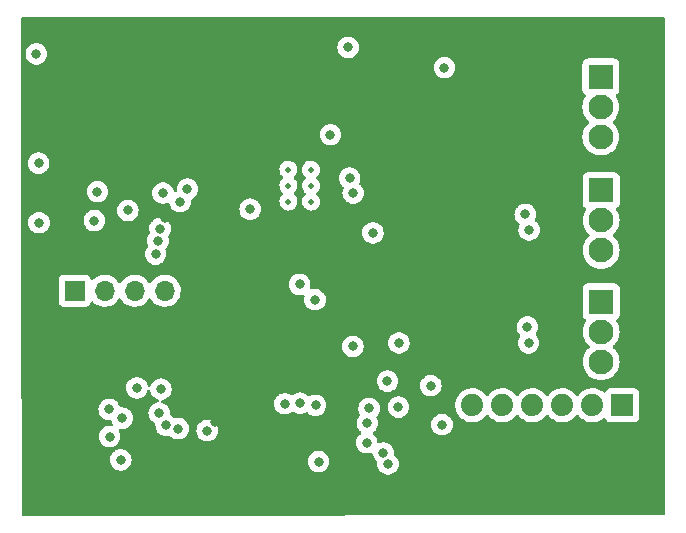
<source format=gbr>
%TF.GenerationSoftware,KiCad,Pcbnew,6.0.11-2627ca5db0~126~ubuntu22.04.1*%
%TF.CreationDate,2023-02-18T04:23:51-05:00*%
%TF.ProjectId,lin-flow-sensor,6c696e2d-666c-46f7-972d-73656e736f72,1.0*%
%TF.SameCoordinates,Original*%
%TF.FileFunction,Copper,L3,Inr*%
%TF.FilePolarity,Positive*%
%FSLAX46Y46*%
G04 Gerber Fmt 4.6, Leading zero omitted, Abs format (unit mm)*
G04 Created by KiCad (PCBNEW 6.0.11-2627ca5db0~126~ubuntu22.04.1) date 2023-02-18 04:23:51*
%MOMM*%
%LPD*%
G01*
G04 APERTURE LIST*
%TA.AperFunction,ComponentPad*%
%ADD10R,2.100000X2.100000*%
%TD*%
%TA.AperFunction,ComponentPad*%
%ADD11C,2.100000*%
%TD*%
%TA.AperFunction,ComponentPad*%
%ADD12R,1.700000X1.700000*%
%TD*%
%TA.AperFunction,ComponentPad*%
%ADD13O,1.700000X1.700000*%
%TD*%
%TA.AperFunction,ComponentPad*%
%ADD14C,0.500000*%
%TD*%
%TA.AperFunction,ComponentPad*%
%ADD15R,1.879600X1.879600*%
%TD*%
%TA.AperFunction,ComponentPad*%
%ADD16C,1.879600*%
%TD*%
%TA.AperFunction,ViaPad*%
%ADD17C,0.800000*%
%TD*%
G04 APERTURE END LIST*
D10*
%TO.N,+5V*%
%TO.C,J5*%
X224725000Y-83025000D03*
D11*
%TO.N,GND*%
X224725000Y-85565000D03*
%TO.N,Net-(J5-Pad3)*%
X224725000Y-88105000D03*
%TD*%
%TO.N,Net-(J4-Pad3)*%
%TO.C,J4*%
X224725000Y-78680000D03*
%TO.N,GND*%
X224725000Y-76140000D03*
D10*
%TO.N,+5V*%
X224725000Y-73600000D03*
%TD*%
D12*
%TO.N,GND*%
%TO.C,J2*%
X180150000Y-82100000D03*
D13*
%TO.N,+5V*%
X182690000Y-82100000D03*
%TO.N,SDA5V*%
X185230000Y-82100000D03*
%TO.N,SCL5V*%
X187770000Y-82100000D03*
%TD*%
D14*
%TO.N,GND*%
%TO.C,U5*%
X200150000Y-71850000D03*
X198250000Y-73200000D03*
X198250000Y-74550000D03*
X200150000Y-73200000D03*
X200150000Y-74550000D03*
X198250000Y-71850000D03*
%TD*%
D10*
%TO.N,+BATT*%
%TO.C,J3*%
X224700000Y-64000000D03*
D11*
%TO.N,GND*%
X224700000Y-66540000D03*
%TO.N,LIN*%
X224700000Y-69080000D03*
%TD*%
D15*
%TO.N,GND*%
%TO.C,J1*%
X226520000Y-91800000D03*
D16*
%TO.N,unconnected-(J1-Pad2)*%
X223980000Y-91800000D03*
%TO.N,Net-(J1-Pad3)*%
X221440000Y-91800000D03*
%TO.N,Net-(J1-Pad4)*%
X218900000Y-91800000D03*
%TO.N,UPDI*%
X216360000Y-91800000D03*
%TO.N,unconnected-(J1-Pad6)*%
X213820000Y-91800000D03*
%TD*%
D17*
%TO.N,~{FLOW_PULSE0}*%
X210300000Y-90150000D03*
X211250000Y-93450000D03*
%TO.N,+3V3*%
X214175000Y-88450000D03*
X213975000Y-78925000D03*
%TO.N,GND*%
X218475000Y-85175000D03*
%TO.N,Net-(J5-Pad3)*%
X218575000Y-86525000D03*
%TO.N,GND*%
X218300000Y-75650000D03*
%TO.N,Net-(J4-Pad3)*%
X218625000Y-76950000D03*
%TO.N,GND*%
X211450000Y-63225000D03*
X184652903Y-75302969D03*
X203300000Y-61500000D03*
X177100000Y-71300000D03*
X205400000Y-77200000D03*
X176900000Y-62050000D03*
X177125000Y-76350000D03*
X207550000Y-91950000D03*
X183100000Y-94450000D03*
X200500000Y-82850000D03*
X187000000Y-79000000D03*
X207600000Y-86525000D03*
X206625000Y-89750000D03*
%TO.N,Net-(C5-Pad1)*%
X203435000Y-72565000D03*
X201800000Y-68900000D03*
%TO.N,LIN*%
X199200000Y-81575000D03*
%TO.N,TXD*%
X200800000Y-96575000D03*
X200550000Y-91800000D03*
%TO.N,~{LIN_SLP}*%
X197950000Y-91675000D03*
X205075000Y-92075000D03*
%TO.N,~{LIN_WAKE}*%
X204925000Y-93300000D03*
X199225000Y-91625000D03*
%TO.N,Net-(C6-Pad2)*%
X189700000Y-73500000D03*
%TO.N,Net-(C7-Pad1)*%
X187200000Y-77875000D03*
X187625000Y-73825500D03*
%TO.N,Net-(C7-Pad2)*%
X181812000Y-76162529D03*
%TO.N,Net-(C8-Pad1)*%
X182075000Y-73725000D03*
%TO.N,Net-(C8-Pad2)*%
X189075000Y-74550000D03*
%TO.N,SDA3V*%
X187300000Y-92450000D03*
X206675000Y-96775000D03*
X185425000Y-90325000D03*
%TO.N,SCL3V*%
X206290576Y-95852382D03*
X187450000Y-90425000D03*
X188918398Y-93779600D03*
%TO.N,+3V3*%
X194225000Y-89700000D03*
X197475000Y-93675000D03*
X192850000Y-77800000D03*
X184750000Y-65600000D03*
X190050000Y-90950000D03*
X202850000Y-88175000D03*
X187809929Y-75950089D03*
X192025000Y-93200000D03*
X224425000Y-94725000D03*
X181950000Y-90050000D03*
X190150000Y-80175000D03*
X190550000Y-89975000D03*
X182225000Y-77625000D03*
%TO.N,Net-(R5-Pad1)*%
X204875000Y-94975000D03*
X203700000Y-86825000D03*
%TO.N,Net-(R11-Pad2)*%
X187374999Y-76850001D03*
%TO.N,Net-(R13-Pad2)*%
X203735000Y-73835000D03*
%TO.N,Net-(R17-Pad2)*%
X195000000Y-75200000D03*
%TO.N,Net-(JP2-Pad2)*%
X191362756Y-93948624D03*
%TO.N,Net-(JP3-Pad2)*%
X187887299Y-93487701D03*
%TO.N,Net-(JP4-Pad2)*%
X184175000Y-92899500D03*
%TO.N,Net-(JP5-Pad2)*%
X184049695Y-96425000D03*
X183075000Y-92150000D03*
%TD*%
%TA.AperFunction,Conductor*%
%TO.N,+3V3*%
G36*
X230065621Y-58948502D02*
G01*
X230112114Y-59002158D01*
X230123500Y-59054500D01*
X230123500Y-100966071D01*
X230103498Y-101034192D01*
X230049842Y-101080685D01*
X229997614Y-101092071D01*
X175783994Y-101140950D01*
X175715855Y-101121009D01*
X175669314Y-101067396D01*
X175657880Y-101015096D01*
X175652555Y-96425000D01*
X183136191Y-96425000D01*
X183156153Y-96614928D01*
X183215168Y-96796556D01*
X183310655Y-96961944D01*
X183315073Y-96966851D01*
X183315074Y-96966852D01*
X183434020Y-97098955D01*
X183438442Y-97103866D01*
X183592943Y-97216118D01*
X183598971Y-97218802D01*
X183598973Y-97218803D01*
X183686448Y-97257749D01*
X183767407Y-97293794D01*
X183852796Y-97311944D01*
X183947751Y-97332128D01*
X183947756Y-97332128D01*
X183954208Y-97333500D01*
X184145182Y-97333500D01*
X184151634Y-97332128D01*
X184151639Y-97332128D01*
X184246594Y-97311944D01*
X184331983Y-97293794D01*
X184412942Y-97257749D01*
X184500417Y-97218803D01*
X184500419Y-97218802D01*
X184506447Y-97216118D01*
X184660948Y-97103866D01*
X184665370Y-97098955D01*
X184784316Y-96966852D01*
X184784317Y-96966851D01*
X184788735Y-96961944D01*
X184884222Y-96796556D01*
X184943237Y-96614928D01*
X184947434Y-96575000D01*
X199886496Y-96575000D01*
X199906458Y-96764928D01*
X199965473Y-96946556D01*
X200060960Y-97111944D01*
X200065378Y-97116851D01*
X200065379Y-97116852D01*
X200157176Y-97218803D01*
X200188747Y-97253866D01*
X200343248Y-97366118D01*
X200349276Y-97368802D01*
X200349278Y-97368803D01*
X200511681Y-97441109D01*
X200517712Y-97443794D01*
X200583365Y-97457749D01*
X200698056Y-97482128D01*
X200698061Y-97482128D01*
X200704513Y-97483500D01*
X200895487Y-97483500D01*
X200901939Y-97482128D01*
X200901944Y-97482128D01*
X201016635Y-97457749D01*
X201082288Y-97443794D01*
X201088319Y-97441109D01*
X201250722Y-97368803D01*
X201250724Y-97368802D01*
X201256752Y-97366118D01*
X201411253Y-97253866D01*
X201442824Y-97218803D01*
X201534621Y-97116852D01*
X201534622Y-97116851D01*
X201539040Y-97111944D01*
X201634527Y-96946556D01*
X201693542Y-96764928D01*
X201713504Y-96575000D01*
X201695473Y-96403444D01*
X201694232Y-96391635D01*
X201694232Y-96391633D01*
X201693542Y-96385072D01*
X201634527Y-96203444D01*
X201539040Y-96038056D01*
X201411253Y-95896134D01*
X201308167Y-95821237D01*
X201262094Y-95787763D01*
X201262093Y-95787762D01*
X201256752Y-95783882D01*
X201250724Y-95781198D01*
X201250722Y-95781197D01*
X201088319Y-95708891D01*
X201088318Y-95708891D01*
X201082288Y-95706206D01*
X200988887Y-95686353D01*
X200901944Y-95667872D01*
X200901939Y-95667872D01*
X200895487Y-95666500D01*
X200704513Y-95666500D01*
X200698061Y-95667872D01*
X200698056Y-95667872D01*
X200611113Y-95686353D01*
X200517712Y-95706206D01*
X200511682Y-95708891D01*
X200511681Y-95708891D01*
X200349278Y-95781197D01*
X200349276Y-95781198D01*
X200343248Y-95783882D01*
X200337907Y-95787762D01*
X200337906Y-95787763D01*
X200291833Y-95821237D01*
X200188747Y-95896134D01*
X200060960Y-96038056D01*
X199965473Y-96203444D01*
X199906458Y-96385072D01*
X199905768Y-96391633D01*
X199905768Y-96391635D01*
X199904527Y-96403444D01*
X199886496Y-96575000D01*
X184947434Y-96575000D01*
X184963199Y-96425000D01*
X184943237Y-96235072D01*
X184884222Y-96053444D01*
X184788735Y-95888056D01*
X184783398Y-95882128D01*
X184665370Y-95751045D01*
X184665369Y-95751044D01*
X184660948Y-95746134D01*
X184506447Y-95633882D01*
X184500419Y-95631198D01*
X184500417Y-95631197D01*
X184338014Y-95558891D01*
X184338013Y-95558891D01*
X184331983Y-95556206D01*
X184238583Y-95536353D01*
X184151639Y-95517872D01*
X184151634Y-95517872D01*
X184145182Y-95516500D01*
X183954208Y-95516500D01*
X183947756Y-95517872D01*
X183947751Y-95517872D01*
X183860807Y-95536353D01*
X183767407Y-95556206D01*
X183761377Y-95558891D01*
X183761376Y-95558891D01*
X183598973Y-95631197D01*
X183598971Y-95631198D01*
X183592943Y-95633882D01*
X183438442Y-95746134D01*
X183434021Y-95751044D01*
X183434020Y-95751045D01*
X183315993Y-95882128D01*
X183310655Y-95888056D01*
X183215168Y-96053444D01*
X183156153Y-96235072D01*
X183136191Y-96425000D01*
X175652555Y-96425000D01*
X175647595Y-92150000D01*
X182161496Y-92150000D01*
X182162186Y-92156565D01*
X182180129Y-92327279D01*
X182181458Y-92339928D01*
X182240473Y-92521556D01*
X182335960Y-92686944D01*
X182340378Y-92691851D01*
X182340379Y-92691852D01*
X182454678Y-92818794D01*
X182463747Y-92828866D01*
X182551930Y-92892935D01*
X182612634Y-92937039D01*
X182618248Y-92941118D01*
X182624276Y-92943802D01*
X182624278Y-92943803D01*
X182736329Y-92993691D01*
X182792712Y-93018794D01*
X182874149Y-93036104D01*
X182973056Y-93057128D01*
X182973061Y-93057128D01*
X182979513Y-93058500D01*
X183170487Y-93058500D01*
X183170487Y-93058987D01*
X183236224Y-93071010D01*
X183288070Y-93119512D01*
X183299388Y-93144609D01*
X183340473Y-93271056D01*
X183343776Y-93276778D01*
X183343777Y-93276779D01*
X183397237Y-93369374D01*
X183413975Y-93438369D01*
X183390755Y-93505461D01*
X183334948Y-93549348D01*
X183261921Y-93555621D01*
X183201944Y-93542872D01*
X183201939Y-93542872D01*
X183195487Y-93541500D01*
X183004513Y-93541500D01*
X182998061Y-93542872D01*
X182998056Y-93542872D01*
X182938079Y-93555621D01*
X182817712Y-93581206D01*
X182811682Y-93583891D01*
X182811681Y-93583891D01*
X182649278Y-93656197D01*
X182649276Y-93656198D01*
X182643248Y-93658882D01*
X182488747Y-93771134D01*
X182360960Y-93913056D01*
X182265473Y-94078444D01*
X182206458Y-94260072D01*
X182205768Y-94266633D01*
X182205768Y-94266635D01*
X182200286Y-94318794D01*
X182186496Y-94450000D01*
X182187186Y-94456565D01*
X182204635Y-94622579D01*
X182206458Y-94639928D01*
X182265473Y-94821556D01*
X182360960Y-94986944D01*
X182365378Y-94991851D01*
X182365379Y-94991852D01*
X182386744Y-95015580D01*
X182488747Y-95128866D01*
X182643248Y-95241118D01*
X182649276Y-95243802D01*
X182649278Y-95243803D01*
X182810174Y-95315438D01*
X182817712Y-95318794D01*
X182911113Y-95338647D01*
X182998056Y-95357128D01*
X182998061Y-95357128D01*
X183004513Y-95358500D01*
X183195487Y-95358500D01*
X183201939Y-95357128D01*
X183201944Y-95357128D01*
X183288888Y-95338647D01*
X183382288Y-95318794D01*
X183389826Y-95315438D01*
X183550722Y-95243803D01*
X183550724Y-95243802D01*
X183556752Y-95241118D01*
X183711253Y-95128866D01*
X183813256Y-95015580D01*
X183834621Y-94991852D01*
X183834622Y-94991851D01*
X183839040Y-94986944D01*
X183845936Y-94975000D01*
X203961496Y-94975000D01*
X203962186Y-94981565D01*
X203977152Y-95123955D01*
X203981458Y-95164928D01*
X204040473Y-95346556D01*
X204135960Y-95511944D01*
X204140378Y-95516851D01*
X204140379Y-95516852D01*
X204178231Y-95558891D01*
X204263747Y-95653866D01*
X204418248Y-95766118D01*
X204424276Y-95768802D01*
X204424278Y-95768803D01*
X204586679Y-95841108D01*
X204592712Y-95843794D01*
X204664001Y-95858947D01*
X204773056Y-95882128D01*
X204773061Y-95882128D01*
X204779513Y-95883500D01*
X204970487Y-95883500D01*
X204976939Y-95882128D01*
X204976944Y-95882128D01*
X205085999Y-95858947D01*
X205157288Y-95843794D01*
X205163315Y-95841111D01*
X205163323Y-95841108D01*
X205207952Y-95821237D01*
X205278319Y-95811802D01*
X205342616Y-95841908D01*
X205380430Y-95901996D01*
X205384512Y-95923172D01*
X205395044Y-96023374D01*
X205397034Y-96042310D01*
X205456049Y-96223938D01*
X205551536Y-96389326D01*
X205679323Y-96531248D01*
X205684664Y-96535128D01*
X205684669Y-96535133D01*
X205720616Y-96561250D01*
X205763969Y-96617472D01*
X205771864Y-96676356D01*
X205761496Y-96775000D01*
X205762186Y-96781565D01*
X205780129Y-96952279D01*
X205781458Y-96964928D01*
X205840473Y-97146556D01*
X205935960Y-97311944D01*
X205940378Y-97316851D01*
X205940379Y-97316852D01*
X206054678Y-97443794D01*
X206063747Y-97453866D01*
X206218248Y-97566118D01*
X206224276Y-97568802D01*
X206224278Y-97568803D01*
X206386681Y-97641109D01*
X206392712Y-97643794D01*
X206486113Y-97663647D01*
X206573056Y-97682128D01*
X206573061Y-97682128D01*
X206579513Y-97683500D01*
X206770487Y-97683500D01*
X206776939Y-97682128D01*
X206776944Y-97682128D01*
X206863887Y-97663647D01*
X206957288Y-97643794D01*
X206963319Y-97641109D01*
X207125722Y-97568803D01*
X207125724Y-97568802D01*
X207131752Y-97566118D01*
X207286253Y-97453866D01*
X207295322Y-97443794D01*
X207409621Y-97316852D01*
X207409622Y-97316851D01*
X207414040Y-97311944D01*
X207509527Y-97146556D01*
X207568542Y-96964928D01*
X207569872Y-96952279D01*
X207587814Y-96781565D01*
X207588504Y-96775000D01*
X207572340Y-96621206D01*
X207569232Y-96591635D01*
X207569232Y-96591633D01*
X207568542Y-96585072D01*
X207509527Y-96403444D01*
X207414040Y-96238056D01*
X207405701Y-96228794D01*
X207290675Y-96101045D01*
X207290674Y-96101044D01*
X207286253Y-96096134D01*
X207280912Y-96092254D01*
X207280907Y-96092249D01*
X207244960Y-96066132D01*
X207201607Y-96009910D01*
X207193712Y-95951026D01*
X207199730Y-95893774D01*
X207204080Y-95852382D01*
X207197288Y-95787763D01*
X207184808Y-95669017D01*
X207184808Y-95669015D01*
X207184118Y-95662454D01*
X207125103Y-95480826D01*
X207029616Y-95315438D01*
X206901829Y-95173516D01*
X206747328Y-95061264D01*
X206741300Y-95058580D01*
X206741298Y-95058579D01*
X206578895Y-94986273D01*
X206578894Y-94986273D01*
X206572864Y-94983588D01*
X206479463Y-94963735D01*
X206392520Y-94945254D01*
X206392515Y-94945254D01*
X206386063Y-94943882D01*
X206195089Y-94943882D01*
X206188637Y-94945254D01*
X206188632Y-94945254D01*
X206101689Y-94963735D01*
X206008288Y-94983588D01*
X206002261Y-94986271D01*
X206002253Y-94986274D01*
X205957624Y-95006145D01*
X205887257Y-95015580D01*
X205822960Y-94985474D01*
X205785146Y-94925386D01*
X205781064Y-94904210D01*
X205769232Y-94791635D01*
X205769232Y-94791633D01*
X205768542Y-94785072D01*
X205709527Y-94603444D01*
X205614040Y-94438056D01*
X205509050Y-94321452D01*
X205490675Y-94301045D01*
X205490674Y-94301044D01*
X205486253Y-94296134D01*
X205480909Y-94292251D01*
X205480905Y-94292247D01*
X205433216Y-94257600D01*
X205389861Y-94201378D01*
X205383785Y-94130642D01*
X205416917Y-94067850D01*
X205433215Y-94053728D01*
X205518379Y-93991852D01*
X205536253Y-93978866D01*
X205643949Y-93859257D01*
X205659621Y-93841852D01*
X205659622Y-93841851D01*
X205664040Y-93836944D01*
X205759527Y-93671556D01*
X205818542Y-93489928D01*
X205822739Y-93450000D01*
X210336496Y-93450000D01*
X210356458Y-93639928D01*
X210415473Y-93821556D01*
X210418776Y-93827278D01*
X210418777Y-93827279D01*
X210433611Y-93852972D01*
X210510960Y-93986944D01*
X210515378Y-93991851D01*
X210515379Y-93991852D01*
X210634325Y-94123955D01*
X210638747Y-94128866D01*
X210793248Y-94241118D01*
X210799276Y-94243802D01*
X210799278Y-94243803D01*
X210961681Y-94316109D01*
X210967712Y-94318794D01*
X211061112Y-94338647D01*
X211148056Y-94357128D01*
X211148061Y-94357128D01*
X211154513Y-94358500D01*
X211345487Y-94358500D01*
X211351939Y-94357128D01*
X211351944Y-94357128D01*
X211438888Y-94338647D01*
X211532288Y-94318794D01*
X211538319Y-94316109D01*
X211700722Y-94243803D01*
X211700724Y-94243802D01*
X211706752Y-94241118D01*
X211861253Y-94128866D01*
X211865675Y-94123955D01*
X211984621Y-93991852D01*
X211984622Y-93991851D01*
X211989040Y-93986944D01*
X212066389Y-93852972D01*
X212081223Y-93827279D01*
X212081224Y-93827278D01*
X212084527Y-93821556D01*
X212143542Y-93639928D01*
X212163504Y-93450000D01*
X212145076Y-93274669D01*
X212144232Y-93266635D01*
X212144232Y-93266633D01*
X212143542Y-93260072D01*
X212084527Y-93078444D01*
X212073294Y-93058987D01*
X212026593Y-92978099D01*
X211989040Y-92913056D01*
X211899618Y-92813742D01*
X211865675Y-92776045D01*
X211865674Y-92776044D01*
X211861253Y-92771134D01*
X211720395Y-92668794D01*
X211712094Y-92662763D01*
X211712093Y-92662762D01*
X211706752Y-92658882D01*
X211700724Y-92656198D01*
X211700722Y-92656197D01*
X211538319Y-92583891D01*
X211538318Y-92583891D01*
X211532288Y-92581206D01*
X211438888Y-92561353D01*
X211351944Y-92542872D01*
X211351939Y-92542872D01*
X211345487Y-92541500D01*
X211154513Y-92541500D01*
X211148061Y-92542872D01*
X211148056Y-92542872D01*
X211061112Y-92561353D01*
X210967712Y-92581206D01*
X210961682Y-92583891D01*
X210961681Y-92583891D01*
X210799278Y-92656197D01*
X210799276Y-92656198D01*
X210793248Y-92658882D01*
X210787907Y-92662762D01*
X210787906Y-92662763D01*
X210779605Y-92668794D01*
X210638747Y-92771134D01*
X210634326Y-92776044D01*
X210634325Y-92776045D01*
X210600383Y-92813742D01*
X210510960Y-92913056D01*
X210473407Y-92978099D01*
X210426707Y-93058987D01*
X210415473Y-93078444D01*
X210356458Y-93260072D01*
X210355768Y-93266633D01*
X210355768Y-93266635D01*
X210354924Y-93274669D01*
X210336496Y-93450000D01*
X205822739Y-93450000D01*
X205823648Y-93441352D01*
X205837814Y-93306565D01*
X205838504Y-93300000D01*
X205835396Y-93270433D01*
X205819232Y-93116635D01*
X205819232Y-93116633D01*
X205818542Y-93110072D01*
X205759527Y-92928444D01*
X205715257Y-92851766D01*
X205698520Y-92782771D01*
X205721741Y-92715679D01*
X205730741Y-92704457D01*
X205809621Y-92616852D01*
X205809622Y-92616851D01*
X205814040Y-92611944D01*
X205909527Y-92446556D01*
X205968542Y-92264928D01*
X205973198Y-92220634D01*
X205987814Y-92081565D01*
X205988504Y-92075000D01*
X205975366Y-91950000D01*
X206636496Y-91950000D01*
X206656458Y-92139928D01*
X206715473Y-92321556D01*
X206718776Y-92327278D01*
X206718777Y-92327279D01*
X206726080Y-92339928D01*
X206810960Y-92486944D01*
X206815378Y-92491851D01*
X206815379Y-92491852D01*
X206928207Y-92617160D01*
X206938747Y-92628866D01*
X207093248Y-92741118D01*
X207099276Y-92743802D01*
X207099278Y-92743803D01*
X207256365Y-92813742D01*
X207267712Y-92818794D01*
X207359560Y-92838317D01*
X207448056Y-92857128D01*
X207448061Y-92857128D01*
X207454513Y-92858500D01*
X207645487Y-92858500D01*
X207651939Y-92857128D01*
X207651944Y-92857128D01*
X207740440Y-92838317D01*
X207832288Y-92818794D01*
X207843635Y-92813742D01*
X208000722Y-92743803D01*
X208000724Y-92743802D01*
X208006752Y-92741118D01*
X208161253Y-92628866D01*
X208171793Y-92617160D01*
X208284621Y-92491852D01*
X208284622Y-92491851D01*
X208289040Y-92486944D01*
X208373920Y-92339928D01*
X208381223Y-92327279D01*
X208381224Y-92327278D01*
X208384527Y-92321556D01*
X208443542Y-92139928D01*
X208463504Y-91950000D01*
X208445221Y-91776045D01*
X208444232Y-91766635D01*
X208444232Y-91766633D01*
X208444007Y-91764494D01*
X212367170Y-91764494D01*
X212367467Y-91769646D01*
X212367467Y-91769650D01*
X212377866Y-91950000D01*
X212380879Y-92002255D01*
X212382016Y-92007301D01*
X212382017Y-92007307D01*
X212392152Y-92052279D01*
X212433237Y-92234585D01*
X212435179Y-92239367D01*
X212435180Y-92239371D01*
X212520893Y-92450457D01*
X212522837Y-92455244D01*
X212647274Y-92658306D01*
X212803204Y-92838317D01*
X212986442Y-92990444D01*
X212990894Y-92993046D01*
X212990899Y-92993049D01*
X213155832Y-93089428D01*
X213192065Y-93110601D01*
X213414552Y-93195560D01*
X213419618Y-93196591D01*
X213419619Y-93196591D01*
X213473956Y-93207646D01*
X213647928Y-93243041D01*
X213781284Y-93247931D01*
X213880760Y-93251579D01*
X213880764Y-93251579D01*
X213885924Y-93251768D01*
X213891044Y-93251112D01*
X213891046Y-93251112D01*
X214117023Y-93222164D01*
X214117024Y-93222164D01*
X214122151Y-93221507D01*
X214205200Y-93196591D01*
X214345316Y-93154554D01*
X214345317Y-93154553D01*
X214350262Y-93153070D01*
X214564133Y-93048295D01*
X214568336Y-93045297D01*
X214568341Y-93045294D01*
X214753816Y-92912996D01*
X214753818Y-92912994D01*
X214758020Y-92909997D01*
X214926716Y-92741889D01*
X214984979Y-92660807D01*
X215040972Y-92617160D01*
X215111676Y-92610714D01*
X215174640Y-92643516D01*
X215186582Y-92657176D01*
X215187274Y-92658306D01*
X215343204Y-92838317D01*
X215526442Y-92990444D01*
X215530894Y-92993046D01*
X215530899Y-92993049D01*
X215695832Y-93089428D01*
X215732065Y-93110601D01*
X215954552Y-93195560D01*
X215959618Y-93196591D01*
X215959619Y-93196591D01*
X216013956Y-93207646D01*
X216187928Y-93243041D01*
X216321284Y-93247931D01*
X216420760Y-93251579D01*
X216420764Y-93251579D01*
X216425924Y-93251768D01*
X216431044Y-93251112D01*
X216431046Y-93251112D01*
X216657023Y-93222164D01*
X216657024Y-93222164D01*
X216662151Y-93221507D01*
X216745200Y-93196591D01*
X216885316Y-93154554D01*
X216885317Y-93154553D01*
X216890262Y-93153070D01*
X217104133Y-93048295D01*
X217108336Y-93045297D01*
X217108341Y-93045294D01*
X217293816Y-92912996D01*
X217293818Y-92912994D01*
X217298020Y-92909997D01*
X217466716Y-92741889D01*
X217524979Y-92660807D01*
X217580972Y-92617160D01*
X217651676Y-92610714D01*
X217714640Y-92643516D01*
X217726582Y-92657176D01*
X217727274Y-92658306D01*
X217883204Y-92838317D01*
X218066442Y-92990444D01*
X218070894Y-92993046D01*
X218070899Y-92993049D01*
X218235832Y-93089428D01*
X218272065Y-93110601D01*
X218494552Y-93195560D01*
X218499618Y-93196591D01*
X218499619Y-93196591D01*
X218553956Y-93207646D01*
X218727928Y-93243041D01*
X218861284Y-93247931D01*
X218960760Y-93251579D01*
X218960764Y-93251579D01*
X218965924Y-93251768D01*
X218971044Y-93251112D01*
X218971046Y-93251112D01*
X219197023Y-93222164D01*
X219197024Y-93222164D01*
X219202151Y-93221507D01*
X219285200Y-93196591D01*
X219425316Y-93154554D01*
X219425317Y-93154553D01*
X219430262Y-93153070D01*
X219644133Y-93048295D01*
X219648336Y-93045297D01*
X219648341Y-93045294D01*
X219833816Y-92912996D01*
X219833818Y-92912994D01*
X219838020Y-92909997D01*
X220006716Y-92741889D01*
X220064979Y-92660807D01*
X220120972Y-92617160D01*
X220191676Y-92610714D01*
X220254640Y-92643516D01*
X220266582Y-92657176D01*
X220267274Y-92658306D01*
X220423204Y-92838317D01*
X220606442Y-92990444D01*
X220610894Y-92993046D01*
X220610899Y-92993049D01*
X220775832Y-93089428D01*
X220812065Y-93110601D01*
X221034552Y-93195560D01*
X221039618Y-93196591D01*
X221039619Y-93196591D01*
X221093956Y-93207646D01*
X221267928Y-93243041D01*
X221401284Y-93247931D01*
X221500760Y-93251579D01*
X221500764Y-93251579D01*
X221505924Y-93251768D01*
X221511044Y-93251112D01*
X221511046Y-93251112D01*
X221737023Y-93222164D01*
X221737024Y-93222164D01*
X221742151Y-93221507D01*
X221825200Y-93196591D01*
X221965316Y-93154554D01*
X221965317Y-93154553D01*
X221970262Y-93153070D01*
X222184133Y-93048295D01*
X222188336Y-93045297D01*
X222188341Y-93045294D01*
X222373816Y-92912996D01*
X222373818Y-92912994D01*
X222378020Y-92909997D01*
X222546716Y-92741889D01*
X222604979Y-92660807D01*
X222660972Y-92617160D01*
X222731676Y-92610714D01*
X222794640Y-92643516D01*
X222806582Y-92657176D01*
X222807274Y-92658306D01*
X222963204Y-92838317D01*
X223146442Y-92990444D01*
X223150894Y-92993046D01*
X223150899Y-92993049D01*
X223315832Y-93089428D01*
X223352065Y-93110601D01*
X223574552Y-93195560D01*
X223579618Y-93196591D01*
X223579619Y-93196591D01*
X223633956Y-93207646D01*
X223807928Y-93243041D01*
X223941284Y-93247931D01*
X224040760Y-93251579D01*
X224040764Y-93251579D01*
X224045924Y-93251768D01*
X224051044Y-93251112D01*
X224051046Y-93251112D01*
X224277023Y-93222164D01*
X224277024Y-93222164D01*
X224282151Y-93221507D01*
X224365200Y-93196591D01*
X224505316Y-93154554D01*
X224505317Y-93154553D01*
X224510262Y-93153070D01*
X224724133Y-93048295D01*
X224728336Y-93045297D01*
X224728341Y-93045294D01*
X224913810Y-92913000D01*
X224918020Y-92909997D01*
X224920601Y-92907425D01*
X224985135Y-92878913D01*
X225055278Y-92889886D01*
X225108355Y-92937039D01*
X225119502Y-92959610D01*
X225129585Y-92986505D01*
X225216939Y-93103061D01*
X225333495Y-93190415D01*
X225469884Y-93241545D01*
X225532066Y-93248300D01*
X227507934Y-93248300D01*
X227570116Y-93241545D01*
X227706505Y-93190415D01*
X227823061Y-93103061D01*
X227910415Y-92986505D01*
X227961545Y-92850116D01*
X227968300Y-92787934D01*
X227968300Y-90812066D01*
X227961545Y-90749884D01*
X227910415Y-90613495D01*
X227823061Y-90496939D01*
X227706505Y-90409585D01*
X227570116Y-90358455D01*
X227507934Y-90351700D01*
X225532066Y-90351700D01*
X225469884Y-90358455D01*
X225333495Y-90409585D01*
X225216939Y-90496939D01*
X225129585Y-90613495D01*
X225126433Y-90621903D01*
X225118218Y-90643816D01*
X225075576Y-90700580D01*
X225009014Y-90725280D01*
X224939666Y-90710072D01*
X224922144Y-90698468D01*
X224788278Y-90592747D01*
X224788273Y-90592744D01*
X224784224Y-90589546D01*
X224779708Y-90587053D01*
X224779705Y-90587051D01*
X224580250Y-90476946D01*
X224580246Y-90476944D01*
X224575726Y-90474449D01*
X224570857Y-90472725D01*
X224570853Y-90472723D01*
X224356105Y-90396676D01*
X224356101Y-90396675D01*
X224351230Y-90394950D01*
X224346140Y-90394043D01*
X224346135Y-90394042D01*
X224218814Y-90371364D01*
X224116764Y-90353186D01*
X224025355Y-90352069D01*
X223883795Y-90350339D01*
X223883793Y-90350339D01*
X223878625Y-90350276D01*
X223643209Y-90386300D01*
X223416838Y-90460289D01*
X223392953Y-90472723D01*
X223244740Y-90549878D01*
X223205590Y-90570258D01*
X223201457Y-90573361D01*
X223201454Y-90573363D01*
X223019375Y-90710072D01*
X223015140Y-90713252D01*
X223011568Y-90716990D01*
X222896155Y-90837763D01*
X222850602Y-90885431D01*
X222817545Y-90933891D01*
X222815186Y-90937349D01*
X222760274Y-90982351D01*
X222689749Y-90990522D01*
X222626002Y-90959267D01*
X222605306Y-90934784D01*
X222594217Y-90917642D01*
X222594212Y-90917636D01*
X222591406Y-90913298D01*
X222571572Y-90891500D01*
X222531700Y-90847682D01*
X222431124Y-90737150D01*
X222427073Y-90733951D01*
X222427069Y-90733947D01*
X222248278Y-90592747D01*
X222248273Y-90592744D01*
X222244224Y-90589546D01*
X222239708Y-90587053D01*
X222239705Y-90587051D01*
X222040250Y-90476946D01*
X222040246Y-90476944D01*
X222035726Y-90474449D01*
X222030857Y-90472725D01*
X222030853Y-90472723D01*
X221816105Y-90396676D01*
X221816101Y-90396675D01*
X221811230Y-90394950D01*
X221806140Y-90394043D01*
X221806135Y-90394042D01*
X221678814Y-90371364D01*
X221576764Y-90353186D01*
X221485355Y-90352069D01*
X221343795Y-90350339D01*
X221343793Y-90350339D01*
X221338625Y-90350276D01*
X221103209Y-90386300D01*
X220876838Y-90460289D01*
X220852953Y-90472723D01*
X220704740Y-90549878D01*
X220665590Y-90570258D01*
X220661457Y-90573361D01*
X220661454Y-90573363D01*
X220479375Y-90710072D01*
X220475140Y-90713252D01*
X220471568Y-90716990D01*
X220356155Y-90837763D01*
X220310602Y-90885431D01*
X220277545Y-90933891D01*
X220275186Y-90937349D01*
X220220274Y-90982351D01*
X220149749Y-90990522D01*
X220086002Y-90959267D01*
X220065306Y-90934784D01*
X220054217Y-90917642D01*
X220054212Y-90917636D01*
X220051406Y-90913298D01*
X220031572Y-90891500D01*
X219991700Y-90847682D01*
X219891124Y-90737150D01*
X219887073Y-90733951D01*
X219887069Y-90733947D01*
X219708278Y-90592747D01*
X219708273Y-90592744D01*
X219704224Y-90589546D01*
X219699708Y-90587053D01*
X219699705Y-90587051D01*
X219500250Y-90476946D01*
X219500246Y-90476944D01*
X219495726Y-90474449D01*
X219490857Y-90472725D01*
X219490853Y-90472723D01*
X219276105Y-90396676D01*
X219276101Y-90396675D01*
X219271230Y-90394950D01*
X219266140Y-90394043D01*
X219266135Y-90394042D01*
X219138814Y-90371364D01*
X219036764Y-90353186D01*
X218945355Y-90352069D01*
X218803795Y-90350339D01*
X218803793Y-90350339D01*
X218798625Y-90350276D01*
X218563209Y-90386300D01*
X218336838Y-90460289D01*
X218312953Y-90472723D01*
X218164740Y-90549878D01*
X218125590Y-90570258D01*
X218121457Y-90573361D01*
X218121454Y-90573363D01*
X217939375Y-90710072D01*
X217935140Y-90713252D01*
X217931568Y-90716990D01*
X217816155Y-90837763D01*
X217770602Y-90885431D01*
X217737545Y-90933891D01*
X217735186Y-90937349D01*
X217680274Y-90982351D01*
X217609749Y-90990522D01*
X217546002Y-90959267D01*
X217525306Y-90934784D01*
X217514217Y-90917642D01*
X217514212Y-90917636D01*
X217511406Y-90913298D01*
X217491572Y-90891500D01*
X217451700Y-90847682D01*
X217351124Y-90737150D01*
X217347073Y-90733951D01*
X217347069Y-90733947D01*
X217168278Y-90592747D01*
X217168273Y-90592744D01*
X217164224Y-90589546D01*
X217159708Y-90587053D01*
X217159705Y-90587051D01*
X216960250Y-90476946D01*
X216960246Y-90476944D01*
X216955726Y-90474449D01*
X216950857Y-90472725D01*
X216950853Y-90472723D01*
X216736105Y-90396676D01*
X216736101Y-90396675D01*
X216731230Y-90394950D01*
X216726140Y-90394043D01*
X216726135Y-90394042D01*
X216598814Y-90371364D01*
X216496764Y-90353186D01*
X216405355Y-90352069D01*
X216263795Y-90350339D01*
X216263793Y-90350339D01*
X216258625Y-90350276D01*
X216023209Y-90386300D01*
X215796838Y-90460289D01*
X215772953Y-90472723D01*
X215624740Y-90549878D01*
X215585590Y-90570258D01*
X215581457Y-90573361D01*
X215581454Y-90573363D01*
X215399375Y-90710072D01*
X215395140Y-90713252D01*
X215391568Y-90716990D01*
X215276155Y-90837763D01*
X215230602Y-90885431D01*
X215197545Y-90933891D01*
X215195186Y-90937349D01*
X215140274Y-90982351D01*
X215069749Y-90990522D01*
X215006002Y-90959267D01*
X214985306Y-90934784D01*
X214974217Y-90917642D01*
X214974212Y-90917636D01*
X214971406Y-90913298D01*
X214951572Y-90891500D01*
X214911700Y-90847682D01*
X214811124Y-90737150D01*
X214807073Y-90733951D01*
X214807069Y-90733947D01*
X214628278Y-90592747D01*
X214628273Y-90592744D01*
X214624224Y-90589546D01*
X214619708Y-90587053D01*
X214619705Y-90587051D01*
X214420250Y-90476946D01*
X214420246Y-90476944D01*
X214415726Y-90474449D01*
X214410857Y-90472725D01*
X214410853Y-90472723D01*
X214196105Y-90396676D01*
X214196101Y-90396675D01*
X214191230Y-90394950D01*
X214186140Y-90394043D01*
X214186135Y-90394042D01*
X214058814Y-90371364D01*
X213956764Y-90353186D01*
X213865355Y-90352069D01*
X213723795Y-90350339D01*
X213723793Y-90350339D01*
X213718625Y-90350276D01*
X213483209Y-90386300D01*
X213256838Y-90460289D01*
X213232953Y-90472723D01*
X213084740Y-90549878D01*
X213045590Y-90570258D01*
X213041457Y-90573361D01*
X213041454Y-90573363D01*
X212859375Y-90710072D01*
X212855140Y-90713252D01*
X212851568Y-90716990D01*
X212736155Y-90837763D01*
X212690602Y-90885431D01*
X212687691Y-90889699D01*
X212687687Y-90889704D01*
X212655837Y-90936395D01*
X212556394Y-91082172D01*
X212522033Y-91156197D01*
X212462760Y-91283891D01*
X212456122Y-91298191D01*
X212392477Y-91527685D01*
X212391928Y-91532819D01*
X212391928Y-91532821D01*
X212390758Y-91543774D01*
X212367170Y-91764494D01*
X208444007Y-91764494D01*
X208443542Y-91760072D01*
X208384527Y-91578444D01*
X208365106Y-91544805D01*
X208334408Y-91491635D01*
X208289040Y-91413056D01*
X208273804Y-91396134D01*
X208165675Y-91276045D01*
X208165674Y-91276044D01*
X208161253Y-91271134D01*
X208054804Y-91193794D01*
X208012094Y-91162763D01*
X208012093Y-91162762D01*
X208006752Y-91158882D01*
X208000724Y-91156198D01*
X208000722Y-91156197D01*
X207838319Y-91083891D01*
X207838318Y-91083891D01*
X207832288Y-91081206D01*
X207738887Y-91061353D01*
X207651944Y-91042872D01*
X207651939Y-91042872D01*
X207645487Y-91041500D01*
X207454513Y-91041500D01*
X207448061Y-91042872D01*
X207448056Y-91042872D01*
X207361113Y-91061353D01*
X207267712Y-91081206D01*
X207261682Y-91083891D01*
X207261681Y-91083891D01*
X207099278Y-91156197D01*
X207099276Y-91156198D01*
X207093248Y-91158882D01*
X207087907Y-91162762D01*
X207087906Y-91162763D01*
X207045196Y-91193794D01*
X206938747Y-91271134D01*
X206934326Y-91276044D01*
X206934325Y-91276045D01*
X206826197Y-91396134D01*
X206810960Y-91413056D01*
X206765592Y-91491635D01*
X206734895Y-91544805D01*
X206715473Y-91578444D01*
X206656458Y-91760072D01*
X206655768Y-91766633D01*
X206655768Y-91766635D01*
X206654779Y-91776045D01*
X206636496Y-91950000D01*
X205975366Y-91950000D01*
X205971483Y-91913056D01*
X205969232Y-91891635D01*
X205969232Y-91891633D01*
X205968542Y-91885072D01*
X205909527Y-91703444D01*
X205814040Y-91538056D01*
X205809327Y-91532821D01*
X205690675Y-91401045D01*
X205690674Y-91401044D01*
X205686253Y-91396134D01*
X205558677Y-91303444D01*
X205537094Y-91287763D01*
X205537093Y-91287762D01*
X205531752Y-91283882D01*
X205525724Y-91281198D01*
X205525722Y-91281197D01*
X205363319Y-91208891D01*
X205363318Y-91208891D01*
X205357288Y-91206206D01*
X205263887Y-91186353D01*
X205176944Y-91167872D01*
X205176939Y-91167872D01*
X205170487Y-91166500D01*
X204979513Y-91166500D01*
X204973061Y-91167872D01*
X204973056Y-91167872D01*
X204886113Y-91186353D01*
X204792712Y-91206206D01*
X204786682Y-91208891D01*
X204786681Y-91208891D01*
X204624278Y-91281197D01*
X204624276Y-91281198D01*
X204618248Y-91283882D01*
X204612907Y-91287762D01*
X204612906Y-91287763D01*
X204591323Y-91303444D01*
X204463747Y-91396134D01*
X204459326Y-91401044D01*
X204459325Y-91401045D01*
X204340674Y-91532821D01*
X204335960Y-91538056D01*
X204240473Y-91703444D01*
X204181458Y-91885072D01*
X204180768Y-91891633D01*
X204180768Y-91891635D01*
X204178517Y-91913056D01*
X204161496Y-92075000D01*
X204162186Y-92081565D01*
X204176803Y-92220634D01*
X204181458Y-92264928D01*
X204240473Y-92446556D01*
X204260490Y-92481226D01*
X204284743Y-92523234D01*
X204301480Y-92592229D01*
X204278259Y-92659321D01*
X204269259Y-92670543D01*
X204209208Y-92737237D01*
X204185960Y-92763056D01*
X204135696Y-92850116D01*
X204099390Y-92913000D01*
X204090473Y-92928444D01*
X204031458Y-93110072D01*
X204030768Y-93116633D01*
X204030768Y-93116635D01*
X204014604Y-93270433D01*
X204011496Y-93300000D01*
X204012186Y-93306565D01*
X204026353Y-93441352D01*
X204031458Y-93489928D01*
X204090473Y-93671556D01*
X204185960Y-93836944D01*
X204190378Y-93841851D01*
X204190379Y-93841852D01*
X204206051Y-93859257D01*
X204313747Y-93978866D01*
X204319087Y-93982746D01*
X204319095Y-93982753D01*
X204366784Y-94017400D01*
X204410139Y-94073622D01*
X204416215Y-94144358D01*
X204383083Y-94207150D01*
X204366785Y-94221272D01*
X204263747Y-94296134D01*
X204259326Y-94301044D01*
X204259325Y-94301045D01*
X204240951Y-94321452D01*
X204135960Y-94438056D01*
X204040473Y-94603444D01*
X203981458Y-94785072D01*
X203980768Y-94791633D01*
X203980768Y-94791635D01*
X203978284Y-94815271D01*
X203961496Y-94975000D01*
X183845936Y-94975000D01*
X183934527Y-94821556D01*
X183993542Y-94639928D01*
X183995366Y-94622579D01*
X184012814Y-94456565D01*
X184013504Y-94450000D01*
X183999714Y-94318794D01*
X183994232Y-94266635D01*
X183994232Y-94266633D01*
X183993542Y-94260072D01*
X183934527Y-94078444D01*
X183877763Y-93980126D01*
X183861025Y-93911131D01*
X183884245Y-93844039D01*
X183940052Y-93800152D01*
X184013079Y-93793879D01*
X184073056Y-93806628D01*
X184073061Y-93806628D01*
X184079513Y-93808000D01*
X184270487Y-93808000D01*
X184276939Y-93806628D01*
X184276944Y-93806628D01*
X184373212Y-93786165D01*
X184457288Y-93768294D01*
X184478846Y-93758696D01*
X184625722Y-93693303D01*
X184625724Y-93693302D01*
X184631752Y-93690618D01*
X184650112Y-93677279D01*
X184692880Y-93646206D01*
X184786253Y-93578366D01*
X184914040Y-93436444D01*
X184992816Y-93300000D01*
X185006223Y-93276779D01*
X185006224Y-93276778D01*
X185009527Y-93271056D01*
X185068542Y-93089428D01*
X185069697Y-93078444D01*
X185087814Y-92906065D01*
X185088504Y-92899500D01*
X185082421Y-92841619D01*
X185069232Y-92716135D01*
X185069232Y-92716133D01*
X185068542Y-92709572D01*
X185009527Y-92527944D01*
X184989811Y-92493794D01*
X184964526Y-92450000D01*
X184914040Y-92362556D01*
X184906216Y-92353866D01*
X184790675Y-92225545D01*
X184790674Y-92225544D01*
X184786253Y-92220634D01*
X184631752Y-92108382D01*
X184625724Y-92105698D01*
X184625722Y-92105697D01*
X184463319Y-92033391D01*
X184463318Y-92033391D01*
X184457288Y-92030706D01*
X184347205Y-92007307D01*
X184276944Y-91992372D01*
X184276939Y-91992372D01*
X184270487Y-91991000D01*
X184079513Y-91991000D01*
X184079513Y-91990513D01*
X184013776Y-91978490D01*
X183961930Y-91929988D01*
X183950612Y-91904890D01*
X183939667Y-91871206D01*
X183909527Y-91778444D01*
X183898510Y-91759361D01*
X183840498Y-91658882D01*
X183814040Y-91613056D01*
X183805701Y-91603794D01*
X183690675Y-91476045D01*
X183690674Y-91476044D01*
X183686253Y-91471134D01*
X183531752Y-91358882D01*
X183525724Y-91356198D01*
X183525722Y-91356197D01*
X183363319Y-91283891D01*
X183363318Y-91283891D01*
X183357288Y-91281206D01*
X183263888Y-91261353D01*
X183176944Y-91242872D01*
X183176939Y-91242872D01*
X183170487Y-91241500D01*
X182979513Y-91241500D01*
X182973061Y-91242872D01*
X182973056Y-91242872D01*
X182886112Y-91261353D01*
X182792712Y-91281206D01*
X182786682Y-91283891D01*
X182786681Y-91283891D01*
X182624278Y-91356197D01*
X182624276Y-91356198D01*
X182618248Y-91358882D01*
X182463747Y-91471134D01*
X182459326Y-91476044D01*
X182459325Y-91476045D01*
X182344300Y-91603794D01*
X182335960Y-91613056D01*
X182309502Y-91658882D01*
X182251491Y-91759361D01*
X182240473Y-91778444D01*
X182181458Y-91960072D01*
X182180768Y-91966633D01*
X182180768Y-91966635D01*
X182178207Y-91991000D01*
X182161496Y-92150000D01*
X175647595Y-92150000D01*
X175645478Y-90325000D01*
X184511496Y-90325000D01*
X184512186Y-90331565D01*
X184528972Y-90491272D01*
X184531458Y-90514928D01*
X184590473Y-90696556D01*
X184593776Y-90702278D01*
X184593777Y-90702279D01*
X184602780Y-90717872D01*
X184685960Y-90861944D01*
X184690378Y-90866851D01*
X184690379Y-90866852D01*
X184758269Y-90942251D01*
X184813747Y-91003866D01*
X184860781Y-91038038D01*
X184951385Y-91103866D01*
X184968248Y-91116118D01*
X184974276Y-91118802D01*
X184974278Y-91118803D01*
X185081408Y-91166500D01*
X185142712Y-91193794D01*
X185229479Y-91212237D01*
X185323056Y-91232128D01*
X185323061Y-91232128D01*
X185329513Y-91233500D01*
X185520487Y-91233500D01*
X185526939Y-91232128D01*
X185526944Y-91232128D01*
X185620521Y-91212237D01*
X185707288Y-91193794D01*
X185768592Y-91166500D01*
X185875722Y-91118803D01*
X185875724Y-91118802D01*
X185881752Y-91116118D01*
X185898616Y-91103866D01*
X185989219Y-91038038D01*
X186036253Y-91003866D01*
X186091731Y-90942251D01*
X186159621Y-90866852D01*
X186159622Y-90866851D01*
X186164040Y-90861944D01*
X186247220Y-90717872D01*
X186256223Y-90702279D01*
X186256224Y-90702278D01*
X186259527Y-90696556D01*
X186307186Y-90549878D01*
X186347260Y-90491272D01*
X186412656Y-90463635D01*
X186482613Y-90475742D01*
X186534919Y-90523748D01*
X186552329Y-90575643D01*
X186556458Y-90614928D01*
X186615473Y-90796556D01*
X186618776Y-90802278D01*
X186618777Y-90802279D01*
X186631292Y-90823955D01*
X186710960Y-90961944D01*
X186715378Y-90966851D01*
X186715379Y-90966852D01*
X186818344Y-91081206D01*
X186838747Y-91103866D01*
X186993248Y-91216118D01*
X186999276Y-91218802D01*
X186999278Y-91218803D01*
X187145449Y-91283882D01*
X187167712Y-91293794D01*
X187188963Y-91298311D01*
X187251436Y-91332039D01*
X187285758Y-91394189D01*
X187281030Y-91465028D01*
X187238754Y-91522065D01*
X187188963Y-91544805D01*
X187129642Y-91557414D01*
X187017712Y-91581206D01*
X187011682Y-91583891D01*
X187011681Y-91583891D01*
X186849278Y-91656197D01*
X186849276Y-91656198D01*
X186843248Y-91658882D01*
X186837907Y-91662762D01*
X186837906Y-91662763D01*
X186812028Y-91681565D01*
X186688747Y-91771134D01*
X186684326Y-91776044D01*
X186684325Y-91776045D01*
X186580248Y-91891635D01*
X186560960Y-91913056D01*
X186537440Y-91953794D01*
X186483884Y-92046556D01*
X186465473Y-92078444D01*
X186406458Y-92260072D01*
X186405768Y-92266633D01*
X186405768Y-92266635D01*
X186398084Y-92339747D01*
X186386496Y-92450000D01*
X186387186Y-92456565D01*
X186404483Y-92621134D01*
X186406458Y-92639928D01*
X186465473Y-92821556D01*
X186468776Y-92827278D01*
X186468777Y-92827279D01*
X186486234Y-92857515D01*
X186560960Y-92986944D01*
X186565378Y-92991851D01*
X186565379Y-92991852D01*
X186670357Y-93108442D01*
X186688747Y-93128866D01*
X186843248Y-93241118D01*
X186849283Y-93243805D01*
X186909088Y-93270433D01*
X186963183Y-93316413D01*
X186983832Y-93384340D01*
X186983148Y-93398709D01*
X186981184Y-93417398D01*
X186973795Y-93487701D01*
X186974485Y-93494266D01*
X186992195Y-93662763D01*
X186993757Y-93677629D01*
X187052772Y-93859257D01*
X187056075Y-93864979D01*
X187056076Y-93864980D01*
X187083833Y-93913056D01*
X187148259Y-94024645D01*
X187152677Y-94029552D01*
X187152678Y-94029553D01*
X187242100Y-94128866D01*
X187276046Y-94166567D01*
X187430547Y-94278819D01*
X187436575Y-94281503D01*
X187436577Y-94281504D01*
X187572358Y-94341957D01*
X187605011Y-94356495D01*
X187698412Y-94376348D01*
X187785355Y-94394829D01*
X187785360Y-94394829D01*
X187791812Y-94396201D01*
X187982786Y-94396201D01*
X187989238Y-94394829D01*
X187989243Y-94394829D01*
X188136826Y-94363459D01*
X188207617Y-94368861D01*
X188256658Y-94402394D01*
X188307145Y-94458466D01*
X188461646Y-94570718D01*
X188467674Y-94573402D01*
X188467676Y-94573403D01*
X188597880Y-94631373D01*
X188636110Y-94648394D01*
X188729510Y-94668247D01*
X188816454Y-94686728D01*
X188816459Y-94686728D01*
X188822911Y-94688100D01*
X189013885Y-94688100D01*
X189020337Y-94686728D01*
X189020342Y-94686728D01*
X189107285Y-94668247D01*
X189200686Y-94648394D01*
X189238916Y-94631373D01*
X189369120Y-94573403D01*
X189369122Y-94573402D01*
X189375150Y-94570718D01*
X189529651Y-94458466D01*
X189548028Y-94438056D01*
X189653019Y-94321452D01*
X189653020Y-94321451D01*
X189657438Y-94316544D01*
X189741786Y-94170450D01*
X189749621Y-94156879D01*
X189749622Y-94156878D01*
X189752925Y-94151156D01*
X189811940Y-93969528D01*
X189814137Y-93948624D01*
X190449252Y-93948624D01*
X190449942Y-93955189D01*
X190468383Y-94130642D01*
X190469214Y-94138552D01*
X190528229Y-94320180D01*
X190531532Y-94325902D01*
X190531533Y-94325903D01*
X190549561Y-94357128D01*
X190623716Y-94485568D01*
X190751503Y-94627490D01*
X190906004Y-94739742D01*
X190912032Y-94742426D01*
X190912034Y-94742427D01*
X191007817Y-94785072D01*
X191080468Y-94817418D01*
X191173869Y-94837271D01*
X191260812Y-94855752D01*
X191260817Y-94855752D01*
X191267269Y-94857124D01*
X191458243Y-94857124D01*
X191464695Y-94855752D01*
X191464700Y-94855752D01*
X191551643Y-94837271D01*
X191645044Y-94817418D01*
X191717695Y-94785072D01*
X191813478Y-94742427D01*
X191813480Y-94742426D01*
X191819508Y-94739742D01*
X191974009Y-94627490D01*
X192101796Y-94485568D01*
X192175951Y-94357128D01*
X192193979Y-94325903D01*
X192193980Y-94325902D01*
X192197283Y-94320180D01*
X192256298Y-94138552D01*
X192257130Y-94130642D01*
X192275570Y-93955189D01*
X192276260Y-93948624D01*
X192258495Y-93779600D01*
X192256988Y-93765259D01*
X192256988Y-93765257D01*
X192256298Y-93758696D01*
X192197283Y-93577068D01*
X192101796Y-93411680D01*
X192008142Y-93307666D01*
X191978431Y-93274669D01*
X191978430Y-93274668D01*
X191974009Y-93269758D01*
X191819508Y-93157506D01*
X191813480Y-93154822D01*
X191813478Y-93154821D01*
X191651075Y-93082515D01*
X191651074Y-93082515D01*
X191645044Y-93079830D01*
X191544695Y-93058500D01*
X191464700Y-93041496D01*
X191464695Y-93041496D01*
X191458243Y-93040124D01*
X191267269Y-93040124D01*
X191260817Y-93041496D01*
X191260812Y-93041496D01*
X191180817Y-93058500D01*
X191080468Y-93079830D01*
X191074438Y-93082515D01*
X191074437Y-93082515D01*
X190912034Y-93154821D01*
X190912032Y-93154822D01*
X190906004Y-93157506D01*
X190751503Y-93269758D01*
X190747082Y-93274668D01*
X190747081Y-93274669D01*
X190717371Y-93307666D01*
X190623716Y-93411680D01*
X190528229Y-93577068D01*
X190469214Y-93758696D01*
X190468524Y-93765257D01*
X190468524Y-93765259D01*
X190467017Y-93779600D01*
X190449252Y-93948624D01*
X189814137Y-93948624D01*
X189817275Y-93918774D01*
X189831212Y-93786165D01*
X189831902Y-93779600D01*
X189811940Y-93589672D01*
X189752925Y-93408044D01*
X189747536Y-93398709D01*
X189671282Y-93266635D01*
X189657438Y-93242656D01*
X189638396Y-93221507D01*
X189534073Y-93105645D01*
X189534072Y-93105644D01*
X189529651Y-93100734D01*
X189375150Y-92988482D01*
X189369122Y-92985798D01*
X189369120Y-92985797D01*
X189206717Y-92913491D01*
X189206716Y-92913491D01*
X189200686Y-92910806D01*
X189102266Y-92889886D01*
X189020342Y-92872472D01*
X189020337Y-92872472D01*
X189013885Y-92871100D01*
X188822911Y-92871100D01*
X188816459Y-92872472D01*
X188816454Y-92872472D01*
X188668871Y-92903842D01*
X188598080Y-92898440D01*
X188549038Y-92864906D01*
X188543270Y-92858500D01*
X188498552Y-92808835D01*
X188344051Y-92696583D01*
X188333425Y-92691852D01*
X188278211Y-92667268D01*
X188224116Y-92621288D01*
X188203467Y-92553361D01*
X188204151Y-92538992D01*
X188212814Y-92456565D01*
X188213504Y-92450000D01*
X188201916Y-92339747D01*
X188194232Y-92266635D01*
X188194232Y-92266633D01*
X188193542Y-92260072D01*
X188134527Y-92078444D01*
X188116117Y-92046556D01*
X188062560Y-91953794D01*
X188039040Y-91913056D01*
X188019753Y-91891635D01*
X187915675Y-91776045D01*
X187915674Y-91776044D01*
X187911253Y-91771134D01*
X187787972Y-91681565D01*
X187778936Y-91675000D01*
X197036496Y-91675000D01*
X197037186Y-91681565D01*
X197048029Y-91784726D01*
X197056458Y-91864928D01*
X197115473Y-92046556D01*
X197118776Y-92052278D01*
X197118777Y-92052279D01*
X197135685Y-92081565D01*
X197210960Y-92211944D01*
X197215378Y-92216851D01*
X197215379Y-92216852D01*
X197331850Y-92346206D01*
X197338747Y-92353866D01*
X197419266Y-92412367D01*
X197471693Y-92450457D01*
X197493248Y-92466118D01*
X197499276Y-92468802D01*
X197499278Y-92468803D01*
X197656926Y-92538992D01*
X197667712Y-92543794D01*
X197761112Y-92563647D01*
X197848056Y-92582128D01*
X197848061Y-92582128D01*
X197854513Y-92583500D01*
X198045487Y-92583500D01*
X198051939Y-92582128D01*
X198051944Y-92582128D01*
X198138888Y-92563647D01*
X198232288Y-92543794D01*
X198243074Y-92538992D01*
X198400722Y-92468803D01*
X198400724Y-92468802D01*
X198406752Y-92466118D01*
X198428308Y-92450457D01*
X198480734Y-92412367D01*
X198547849Y-92363605D01*
X198614715Y-92339747D01*
X198683867Y-92355827D01*
X198695970Y-92363605D01*
X198762905Y-92412236D01*
X198768248Y-92416118D01*
X198774276Y-92418802D01*
X198774278Y-92418803D01*
X198936681Y-92491109D01*
X198942712Y-92493794D01*
X199036112Y-92513647D01*
X199123056Y-92532128D01*
X199123061Y-92532128D01*
X199129513Y-92533500D01*
X199320487Y-92533500D01*
X199326939Y-92532128D01*
X199326944Y-92532128D01*
X199413887Y-92513647D01*
X199507288Y-92493794D01*
X199513319Y-92491109D01*
X199675722Y-92418803D01*
X199675724Y-92418802D01*
X199681752Y-92416118D01*
X199711174Y-92394742D01*
X199778040Y-92370883D01*
X199847192Y-92386962D01*
X199878871Y-92412367D01*
X199882249Y-92416118D01*
X199938747Y-92478866D01*
X200093248Y-92591118D01*
X200099276Y-92593802D01*
X200099278Y-92593803D01*
X200254166Y-92662763D01*
X200267712Y-92668794D01*
X200353101Y-92686944D01*
X200448056Y-92707128D01*
X200448061Y-92707128D01*
X200454513Y-92708500D01*
X200645487Y-92708500D01*
X200651939Y-92707128D01*
X200651944Y-92707128D01*
X200746899Y-92686944D01*
X200832288Y-92668794D01*
X200845834Y-92662763D01*
X201000722Y-92593803D01*
X201000724Y-92593802D01*
X201006752Y-92591118D01*
X201161253Y-92478866D01*
X201215334Y-92418803D01*
X201284621Y-92341852D01*
X201284622Y-92341851D01*
X201289040Y-92336944D01*
X201384527Y-92171556D01*
X201443542Y-91989928D01*
X201451021Y-91918774D01*
X201462814Y-91806565D01*
X201463504Y-91800000D01*
X201443542Y-91610072D01*
X201384527Y-91428444D01*
X201289040Y-91263056D01*
X201261193Y-91232128D01*
X201165675Y-91126045D01*
X201165674Y-91126044D01*
X201161253Y-91121134D01*
X201046882Y-91038038D01*
X201012094Y-91012763D01*
X201012093Y-91012762D01*
X201006752Y-91008882D01*
X201000724Y-91006198D01*
X201000722Y-91006197D01*
X200838319Y-90933891D01*
X200838318Y-90933891D01*
X200832288Y-90931206D01*
X200738888Y-90911353D01*
X200651944Y-90892872D01*
X200651939Y-90892872D01*
X200645487Y-90891500D01*
X200454513Y-90891500D01*
X200448061Y-90892872D01*
X200448056Y-90892872D01*
X200361112Y-90911353D01*
X200267712Y-90931206D01*
X200261682Y-90933891D01*
X200261681Y-90933891D01*
X200099278Y-91006197D01*
X200099276Y-91006198D01*
X200093248Y-91008882D01*
X200079606Y-91018794D01*
X200063827Y-91030258D01*
X199996960Y-91054117D01*
X199927808Y-91038038D01*
X199896129Y-91012633D01*
X199840675Y-90951045D01*
X199840674Y-90951044D01*
X199836253Y-90946134D01*
X199681752Y-90833882D01*
X199675724Y-90831198D01*
X199675722Y-90831197D01*
X199513319Y-90758891D01*
X199513318Y-90758891D01*
X199507288Y-90756206D01*
X199413887Y-90736353D01*
X199326944Y-90717872D01*
X199326939Y-90717872D01*
X199320487Y-90716500D01*
X199129513Y-90716500D01*
X199123061Y-90717872D01*
X199123056Y-90717872D01*
X199036113Y-90736353D01*
X198942712Y-90756206D01*
X198936682Y-90758891D01*
X198936681Y-90758891D01*
X198774278Y-90831197D01*
X198774276Y-90831198D01*
X198768248Y-90833882D01*
X198694088Y-90887763D01*
X198627152Y-90936395D01*
X198560285Y-90960253D01*
X198491133Y-90944173D01*
X198479030Y-90936395D01*
X198412094Y-90887763D01*
X198412093Y-90887762D01*
X198406752Y-90883882D01*
X198400724Y-90881198D01*
X198400722Y-90881197D01*
X198238319Y-90808891D01*
X198238318Y-90808891D01*
X198232288Y-90806206D01*
X198138888Y-90786353D01*
X198051944Y-90767872D01*
X198051939Y-90767872D01*
X198045487Y-90766500D01*
X197854513Y-90766500D01*
X197848061Y-90767872D01*
X197848056Y-90767872D01*
X197761112Y-90786353D01*
X197667712Y-90806206D01*
X197661682Y-90808891D01*
X197661681Y-90808891D01*
X197499278Y-90881197D01*
X197499276Y-90881198D01*
X197493248Y-90883882D01*
X197487907Y-90887762D01*
X197487906Y-90887763D01*
X197437843Y-90924136D01*
X197338747Y-90996134D01*
X197334326Y-91001044D01*
X197334325Y-91001045D01*
X197226197Y-91121134D01*
X197210960Y-91138056D01*
X197165891Y-91216118D01*
X197122595Y-91291109D01*
X197115473Y-91303444D01*
X197056458Y-91485072D01*
X197055768Y-91491633D01*
X197055768Y-91491635D01*
X197038472Y-91656197D01*
X197036496Y-91675000D01*
X187778936Y-91675000D01*
X187762094Y-91662763D01*
X187762093Y-91662762D01*
X187756752Y-91658882D01*
X187750724Y-91656198D01*
X187750722Y-91656197D01*
X187588319Y-91583891D01*
X187588318Y-91583891D01*
X187582288Y-91581206D01*
X187561037Y-91576689D01*
X187498564Y-91542961D01*
X187464242Y-91480811D01*
X187468970Y-91409972D01*
X187511246Y-91352935D01*
X187561037Y-91330195D01*
X187620358Y-91317586D01*
X187732288Y-91293794D01*
X187754551Y-91283882D01*
X187900722Y-91218803D01*
X187900724Y-91218802D01*
X187906752Y-91216118D01*
X188061253Y-91103866D01*
X188081656Y-91081206D01*
X188184621Y-90966852D01*
X188184622Y-90966851D01*
X188189040Y-90961944D01*
X188268708Y-90823955D01*
X188281223Y-90802279D01*
X188281224Y-90802278D01*
X188284527Y-90796556D01*
X188343542Y-90614928D01*
X188351018Y-90543803D01*
X188362814Y-90431565D01*
X188363504Y-90425000D01*
X188359354Y-90385518D01*
X188344232Y-90241635D01*
X188344232Y-90241633D01*
X188343542Y-90235072D01*
X188284527Y-90053444D01*
X188189040Y-89888056D01*
X188064734Y-89750000D01*
X205711496Y-89750000D01*
X205731458Y-89939928D01*
X205790473Y-90121556D01*
X205885960Y-90286944D01*
X205890378Y-90291851D01*
X205890379Y-90291852D01*
X205933667Y-90339928D01*
X206013747Y-90428866D01*
X206078266Y-90475742D01*
X206140842Y-90521206D01*
X206168248Y-90541118D01*
X206174276Y-90543802D01*
X206174278Y-90543803D01*
X206336681Y-90616109D01*
X206342712Y-90618794D01*
X206436113Y-90638647D01*
X206523056Y-90657128D01*
X206523061Y-90657128D01*
X206529513Y-90658500D01*
X206720487Y-90658500D01*
X206726939Y-90657128D01*
X206726944Y-90657128D01*
X206813887Y-90638647D01*
X206907288Y-90618794D01*
X206913319Y-90616109D01*
X207075722Y-90543803D01*
X207075724Y-90543802D01*
X207081752Y-90541118D01*
X207109159Y-90521206D01*
X207171734Y-90475742D01*
X207236253Y-90428866D01*
X207316333Y-90339928D01*
X207359621Y-90291852D01*
X207359622Y-90291851D01*
X207364040Y-90286944D01*
X207443105Y-90150000D01*
X209386496Y-90150000D01*
X209406458Y-90339928D01*
X209465473Y-90521556D01*
X209560960Y-90686944D01*
X209565378Y-90691851D01*
X209565379Y-90691852D01*
X209670761Y-90808891D01*
X209688747Y-90828866D01*
X209843248Y-90941118D01*
X209849276Y-90943802D01*
X209849278Y-90943803D01*
X209992904Y-91007749D01*
X210017712Y-91018794D01*
X210108247Y-91038038D01*
X210198056Y-91057128D01*
X210198061Y-91057128D01*
X210204513Y-91058500D01*
X210395487Y-91058500D01*
X210401939Y-91057128D01*
X210401944Y-91057128D01*
X210491753Y-91038038D01*
X210582288Y-91018794D01*
X210607096Y-91007749D01*
X210750722Y-90943803D01*
X210750724Y-90943802D01*
X210756752Y-90941118D01*
X210911253Y-90828866D01*
X210929239Y-90808891D01*
X211034621Y-90691852D01*
X211034622Y-90691851D01*
X211039040Y-90686944D01*
X211134527Y-90521556D01*
X211193542Y-90339928D01*
X211213504Y-90150000D01*
X211193542Y-89960072D01*
X211134527Y-89778444D01*
X211039040Y-89613056D01*
X210997243Y-89566635D01*
X210915675Y-89476045D01*
X210915674Y-89476044D01*
X210911253Y-89471134D01*
X210771713Y-89369752D01*
X210762094Y-89362763D01*
X210762093Y-89362762D01*
X210756752Y-89358882D01*
X210750724Y-89356198D01*
X210750722Y-89356197D01*
X210588319Y-89283891D01*
X210588318Y-89283891D01*
X210582288Y-89281206D01*
X210488888Y-89261353D01*
X210401944Y-89242872D01*
X210401939Y-89242872D01*
X210395487Y-89241500D01*
X210204513Y-89241500D01*
X210198061Y-89242872D01*
X210198056Y-89242872D01*
X210111112Y-89261353D01*
X210017712Y-89281206D01*
X210011682Y-89283891D01*
X210011681Y-89283891D01*
X209849278Y-89356197D01*
X209849276Y-89356198D01*
X209843248Y-89358882D01*
X209837907Y-89362762D01*
X209837906Y-89362763D01*
X209828287Y-89369752D01*
X209688747Y-89471134D01*
X209684326Y-89476044D01*
X209684325Y-89476045D01*
X209602758Y-89566635D01*
X209560960Y-89613056D01*
X209465473Y-89778444D01*
X209406458Y-89960072D01*
X209386496Y-90150000D01*
X207443105Y-90150000D01*
X207459527Y-90121556D01*
X207518542Y-89939928D01*
X207538504Y-89750000D01*
X207526300Y-89633882D01*
X207519232Y-89566635D01*
X207519232Y-89566633D01*
X207518542Y-89560072D01*
X207459527Y-89378444D01*
X207364040Y-89213056D01*
X207358297Y-89206677D01*
X207240675Y-89076045D01*
X207240674Y-89076044D01*
X207236253Y-89071134D01*
X207081752Y-88958882D01*
X207075724Y-88956198D01*
X207075722Y-88956197D01*
X206913319Y-88883891D01*
X206913318Y-88883891D01*
X206907288Y-88881206D01*
X206813887Y-88861353D01*
X206726944Y-88842872D01*
X206726939Y-88842872D01*
X206720487Y-88841500D01*
X206529513Y-88841500D01*
X206523061Y-88842872D01*
X206523056Y-88842872D01*
X206436113Y-88861353D01*
X206342712Y-88881206D01*
X206336682Y-88883891D01*
X206336681Y-88883891D01*
X206174278Y-88956197D01*
X206174276Y-88956198D01*
X206168248Y-88958882D01*
X206013747Y-89071134D01*
X206009326Y-89076044D01*
X206009325Y-89076045D01*
X205891704Y-89206677D01*
X205885960Y-89213056D01*
X205790473Y-89378444D01*
X205731458Y-89560072D01*
X205730768Y-89566633D01*
X205730768Y-89566635D01*
X205723700Y-89633882D01*
X205711496Y-89750000D01*
X188064734Y-89750000D01*
X188061253Y-89746134D01*
X187927659Y-89649072D01*
X187912094Y-89637763D01*
X187912093Y-89637762D01*
X187906752Y-89633882D01*
X187900724Y-89631198D01*
X187900722Y-89631197D01*
X187738319Y-89558891D01*
X187738318Y-89558891D01*
X187732288Y-89556206D01*
X187638887Y-89536353D01*
X187551944Y-89517872D01*
X187551939Y-89517872D01*
X187545487Y-89516500D01*
X187354513Y-89516500D01*
X187348061Y-89517872D01*
X187348056Y-89517872D01*
X187261112Y-89536353D01*
X187167712Y-89556206D01*
X187161682Y-89558891D01*
X187161681Y-89558891D01*
X186999278Y-89631197D01*
X186999276Y-89631198D01*
X186993248Y-89633882D01*
X186987907Y-89637762D01*
X186987906Y-89637763D01*
X186972341Y-89649072D01*
X186838747Y-89746134D01*
X186710960Y-89888056D01*
X186615473Y-90053444D01*
X186613431Y-90059729D01*
X186567814Y-90200122D01*
X186527740Y-90258728D01*
X186462344Y-90286365D01*
X186392387Y-90274258D01*
X186340081Y-90226252D01*
X186322671Y-90174357D01*
X186319232Y-90141635D01*
X186319232Y-90141633D01*
X186318542Y-90135072D01*
X186259527Y-89953444D01*
X186164040Y-89788056D01*
X186155386Y-89778444D01*
X186040675Y-89651045D01*
X186040674Y-89651044D01*
X186036253Y-89646134D01*
X185937157Y-89574136D01*
X185887094Y-89537763D01*
X185887093Y-89537762D01*
X185881752Y-89533882D01*
X185875724Y-89531198D01*
X185875722Y-89531197D01*
X185713319Y-89458891D01*
X185713318Y-89458891D01*
X185707288Y-89456206D01*
X185613888Y-89436353D01*
X185526944Y-89417872D01*
X185526939Y-89417872D01*
X185520487Y-89416500D01*
X185329513Y-89416500D01*
X185323061Y-89417872D01*
X185323056Y-89417872D01*
X185236112Y-89436353D01*
X185142712Y-89456206D01*
X185136682Y-89458891D01*
X185136681Y-89458891D01*
X184974278Y-89531197D01*
X184974276Y-89531198D01*
X184968248Y-89533882D01*
X184962907Y-89537762D01*
X184962906Y-89537763D01*
X184912843Y-89574136D01*
X184813747Y-89646134D01*
X184809326Y-89651044D01*
X184809325Y-89651045D01*
X184694615Y-89778444D01*
X184685960Y-89788056D01*
X184590473Y-89953444D01*
X184531458Y-90135072D01*
X184530768Y-90141633D01*
X184530768Y-90141635D01*
X184520948Y-90235072D01*
X184511496Y-90325000D01*
X175645478Y-90325000D01*
X175642903Y-88105000D01*
X223161681Y-88105000D01*
X223180928Y-88349557D01*
X223238195Y-88588092D01*
X223332073Y-88814732D01*
X223460248Y-89023896D01*
X223619567Y-89210433D01*
X223623323Y-89213641D01*
X223705575Y-89283891D01*
X223806104Y-89369752D01*
X223810327Y-89372340D01*
X223810330Y-89372342D01*
X223820288Y-89378444D01*
X224015268Y-89497927D01*
X224111440Y-89537763D01*
X224237335Y-89589911D01*
X224237337Y-89589912D01*
X224241908Y-89591805D01*
X224309982Y-89608148D01*
X224475630Y-89647917D01*
X224475636Y-89647918D01*
X224480443Y-89649072D01*
X224725000Y-89668319D01*
X224969557Y-89649072D01*
X224974364Y-89647918D01*
X224974370Y-89647917D01*
X225140018Y-89608148D01*
X225208092Y-89591805D01*
X225212663Y-89589912D01*
X225212665Y-89589911D01*
X225338560Y-89537763D01*
X225434732Y-89497927D01*
X225629712Y-89378444D01*
X225639670Y-89372342D01*
X225639673Y-89372340D01*
X225643896Y-89369752D01*
X225744426Y-89283891D01*
X225826677Y-89213641D01*
X225830433Y-89210433D01*
X225989752Y-89023896D01*
X226117927Y-88814732D01*
X226211805Y-88588092D01*
X226269072Y-88349557D01*
X226288319Y-88105000D01*
X226269072Y-87860443D01*
X226211805Y-87621908D01*
X226117927Y-87395268D01*
X226003016Y-87207749D01*
X225992342Y-87190330D01*
X225992340Y-87190327D01*
X225989752Y-87186104D01*
X225883709Y-87061944D01*
X225833641Y-87003323D01*
X225830433Y-86999567D01*
X225749931Y-86930811D01*
X225711122Y-86871360D01*
X225710616Y-86800365D01*
X225749931Y-86739189D01*
X225826677Y-86673641D01*
X225830433Y-86670433D01*
X225855029Y-86641635D01*
X225986535Y-86487663D01*
X225986537Y-86487660D01*
X225989752Y-86483896D01*
X226004562Y-86459729D01*
X226076929Y-86341635D01*
X226117927Y-86274732D01*
X226211805Y-86048092D01*
X226243068Y-85917872D01*
X226267917Y-85814370D01*
X226267918Y-85814364D01*
X226269072Y-85809557D01*
X226288319Y-85565000D01*
X226269072Y-85320443D01*
X226235731Y-85181565D01*
X226212960Y-85086720D01*
X226211805Y-85081908D01*
X226117927Y-84855268D01*
X226009168Y-84677788D01*
X225990630Y-84609255D01*
X226012087Y-84541578D01*
X226041035Y-84511128D01*
X226066222Y-84492251D01*
X226138261Y-84438261D01*
X226225615Y-84321705D01*
X226276745Y-84185316D01*
X226283500Y-84123134D01*
X226283500Y-81926866D01*
X226276745Y-81864684D01*
X226225615Y-81728295D01*
X226138261Y-81611739D01*
X226021705Y-81524385D01*
X225885316Y-81473255D01*
X225823134Y-81466500D01*
X223626866Y-81466500D01*
X223564684Y-81473255D01*
X223428295Y-81524385D01*
X223311739Y-81611739D01*
X223224385Y-81728295D01*
X223173255Y-81864684D01*
X223166500Y-81926866D01*
X223166500Y-84123134D01*
X223173255Y-84185316D01*
X223224385Y-84321705D01*
X223311739Y-84438261D01*
X223383778Y-84492251D01*
X223408965Y-84511128D01*
X223451479Y-84567988D01*
X223456504Y-84638806D01*
X223440832Y-84677788D01*
X223332073Y-84855268D01*
X223238195Y-85081908D01*
X223237040Y-85086720D01*
X223214270Y-85181565D01*
X223180928Y-85320443D01*
X223161681Y-85565000D01*
X223180928Y-85809557D01*
X223182082Y-85814364D01*
X223182083Y-85814370D01*
X223206932Y-85917872D01*
X223238195Y-86048092D01*
X223332073Y-86274732D01*
X223373071Y-86341635D01*
X223445439Y-86459729D01*
X223460248Y-86483896D01*
X223463463Y-86487660D01*
X223463465Y-86487663D01*
X223594971Y-86641635D01*
X223619567Y-86670433D01*
X223623323Y-86673641D01*
X223700069Y-86739189D01*
X223738878Y-86798640D01*
X223739384Y-86869635D01*
X223700069Y-86930811D01*
X223619567Y-86999567D01*
X223616359Y-87003323D01*
X223566292Y-87061944D01*
X223460248Y-87186104D01*
X223457660Y-87190327D01*
X223457658Y-87190330D01*
X223446984Y-87207749D01*
X223332073Y-87395268D01*
X223238195Y-87621908D01*
X223180928Y-87860443D01*
X223161681Y-88105000D01*
X175642903Y-88105000D01*
X175642619Y-87860443D01*
X175641418Y-86825000D01*
X202786496Y-86825000D01*
X202787186Y-86831565D01*
X202804844Y-86999567D01*
X202806458Y-87014928D01*
X202865473Y-87196556D01*
X202960960Y-87361944D01*
X203088747Y-87503866D01*
X203243248Y-87616118D01*
X203249276Y-87618802D01*
X203249278Y-87618803D01*
X203411681Y-87691109D01*
X203417712Y-87693794D01*
X203511113Y-87713647D01*
X203598056Y-87732128D01*
X203598061Y-87732128D01*
X203604513Y-87733500D01*
X203795487Y-87733500D01*
X203801939Y-87732128D01*
X203801944Y-87732128D01*
X203888887Y-87713647D01*
X203982288Y-87693794D01*
X203988319Y-87691109D01*
X204150722Y-87618803D01*
X204150724Y-87618802D01*
X204156752Y-87616118D01*
X204311253Y-87503866D01*
X204439040Y-87361944D01*
X204534527Y-87196556D01*
X204593542Y-87014928D01*
X204595157Y-86999567D01*
X204612814Y-86831565D01*
X204613504Y-86825000D01*
X204610915Y-86800365D01*
X204594232Y-86641635D01*
X204594232Y-86641633D01*
X204593542Y-86635072D01*
X204557777Y-86525000D01*
X206686496Y-86525000D01*
X206687186Y-86531565D01*
X206702119Y-86673641D01*
X206706458Y-86714928D01*
X206765473Y-86896556D01*
X206860960Y-87061944D01*
X206988747Y-87203866D01*
X207143248Y-87316118D01*
X207149276Y-87318802D01*
X207149278Y-87318803D01*
X207311681Y-87391109D01*
X207317712Y-87393794D01*
X207411113Y-87413647D01*
X207498056Y-87432128D01*
X207498061Y-87432128D01*
X207504513Y-87433500D01*
X207695487Y-87433500D01*
X207701939Y-87432128D01*
X207701944Y-87432128D01*
X207788887Y-87413647D01*
X207882288Y-87393794D01*
X207888319Y-87391109D01*
X208050722Y-87318803D01*
X208050724Y-87318802D01*
X208056752Y-87316118D01*
X208211253Y-87203866D01*
X208339040Y-87061944D01*
X208434527Y-86896556D01*
X208493542Y-86714928D01*
X208497882Y-86673641D01*
X208512814Y-86531565D01*
X208513504Y-86525000D01*
X208493542Y-86335072D01*
X208434527Y-86153444D01*
X208339040Y-85988056D01*
X208246625Y-85885418D01*
X208215675Y-85851045D01*
X208215674Y-85851044D01*
X208211253Y-85846134D01*
X208056752Y-85733882D01*
X208050724Y-85731198D01*
X208050722Y-85731197D01*
X207888319Y-85658891D01*
X207888318Y-85658891D01*
X207882288Y-85656206D01*
X207788887Y-85636353D01*
X207701944Y-85617872D01*
X207701939Y-85617872D01*
X207695487Y-85616500D01*
X207504513Y-85616500D01*
X207498061Y-85617872D01*
X207498056Y-85617872D01*
X207411113Y-85636353D01*
X207317712Y-85656206D01*
X207311682Y-85658891D01*
X207311681Y-85658891D01*
X207149278Y-85731197D01*
X207149276Y-85731198D01*
X207143248Y-85733882D01*
X206988747Y-85846134D01*
X206984326Y-85851044D01*
X206984325Y-85851045D01*
X206953376Y-85885418D01*
X206860960Y-85988056D01*
X206765473Y-86153444D01*
X206706458Y-86335072D01*
X206686496Y-86525000D01*
X204557777Y-86525000D01*
X204534527Y-86453444D01*
X204439040Y-86288056D01*
X204311253Y-86146134D01*
X204212157Y-86074136D01*
X204162094Y-86037763D01*
X204162093Y-86037762D01*
X204156752Y-86033882D01*
X204150724Y-86031198D01*
X204150722Y-86031197D01*
X203988319Y-85958891D01*
X203988318Y-85958891D01*
X203982288Y-85956206D01*
X203888887Y-85936353D01*
X203801944Y-85917872D01*
X203801939Y-85917872D01*
X203795487Y-85916500D01*
X203604513Y-85916500D01*
X203598061Y-85917872D01*
X203598056Y-85917872D01*
X203511112Y-85936353D01*
X203417712Y-85956206D01*
X203411682Y-85958891D01*
X203411681Y-85958891D01*
X203249278Y-86031197D01*
X203249276Y-86031198D01*
X203243248Y-86033882D01*
X203237907Y-86037762D01*
X203237906Y-86037763D01*
X203187843Y-86074136D01*
X203088747Y-86146134D01*
X202960960Y-86288056D01*
X202865473Y-86453444D01*
X202806458Y-86635072D01*
X202805768Y-86641633D01*
X202805768Y-86641635D01*
X202789085Y-86800365D01*
X202786496Y-86825000D01*
X175641418Y-86825000D01*
X175639504Y-85175000D01*
X217561496Y-85175000D01*
X217562186Y-85181565D01*
X217576277Y-85315630D01*
X217581458Y-85364928D01*
X217640473Y-85546556D01*
X217735960Y-85711944D01*
X217834527Y-85821414D01*
X217865242Y-85885418D01*
X217856479Y-85955871D01*
X217842824Y-85979783D01*
X217840379Y-85983148D01*
X217835960Y-85988056D01*
X217740473Y-86153444D01*
X217681458Y-86335072D01*
X217661496Y-86525000D01*
X217662186Y-86531565D01*
X217677119Y-86673641D01*
X217681458Y-86714928D01*
X217740473Y-86896556D01*
X217835960Y-87061944D01*
X217963747Y-87203866D01*
X218118248Y-87316118D01*
X218124276Y-87318802D01*
X218124278Y-87318803D01*
X218286681Y-87391109D01*
X218292712Y-87393794D01*
X218386113Y-87413647D01*
X218473056Y-87432128D01*
X218473061Y-87432128D01*
X218479513Y-87433500D01*
X218670487Y-87433500D01*
X218676939Y-87432128D01*
X218676944Y-87432128D01*
X218763887Y-87413647D01*
X218857288Y-87393794D01*
X218863319Y-87391109D01*
X219025722Y-87318803D01*
X219025724Y-87318802D01*
X219031752Y-87316118D01*
X219186253Y-87203866D01*
X219314040Y-87061944D01*
X219409527Y-86896556D01*
X219468542Y-86714928D01*
X219472882Y-86673641D01*
X219487814Y-86531565D01*
X219488504Y-86525000D01*
X219468542Y-86335072D01*
X219409527Y-86153444D01*
X219314040Y-85988056D01*
X219215473Y-85878586D01*
X219184758Y-85814582D01*
X219193521Y-85744129D01*
X219207176Y-85720217D01*
X219209621Y-85716852D01*
X219214040Y-85711944D01*
X219309527Y-85546556D01*
X219368542Y-85364928D01*
X219373724Y-85315630D01*
X219387814Y-85181565D01*
X219388504Y-85175000D01*
X219368542Y-84985072D01*
X219309527Y-84803444D01*
X219214040Y-84638056D01*
X219188108Y-84609255D01*
X219090675Y-84501045D01*
X219090674Y-84501044D01*
X219086253Y-84496134D01*
X218931752Y-84383882D01*
X218925724Y-84381198D01*
X218925722Y-84381197D01*
X218763319Y-84308891D01*
X218763318Y-84308891D01*
X218757288Y-84306206D01*
X218663887Y-84286353D01*
X218576944Y-84267872D01*
X218576939Y-84267872D01*
X218570487Y-84266500D01*
X218379513Y-84266500D01*
X218373061Y-84267872D01*
X218373056Y-84267872D01*
X218286113Y-84286353D01*
X218192712Y-84306206D01*
X218186682Y-84308891D01*
X218186681Y-84308891D01*
X218024278Y-84381197D01*
X218024276Y-84381198D01*
X218018248Y-84383882D01*
X217863747Y-84496134D01*
X217859326Y-84501044D01*
X217859325Y-84501045D01*
X217761893Y-84609255D01*
X217735960Y-84638056D01*
X217640473Y-84803444D01*
X217581458Y-84985072D01*
X217561496Y-85175000D01*
X175639504Y-85175000D01*
X175636978Y-82998134D01*
X178791500Y-82998134D01*
X178798255Y-83060316D01*
X178849385Y-83196705D01*
X178936739Y-83313261D01*
X179053295Y-83400615D01*
X179189684Y-83451745D01*
X179251866Y-83458500D01*
X181048134Y-83458500D01*
X181110316Y-83451745D01*
X181246705Y-83400615D01*
X181363261Y-83313261D01*
X181450615Y-83196705D01*
X181472799Y-83137529D01*
X181494598Y-83079382D01*
X181537240Y-83022618D01*
X181603802Y-82997918D01*
X181673150Y-83013126D01*
X181707817Y-83041114D01*
X181736250Y-83073938D01*
X181908126Y-83216632D01*
X182101000Y-83329338D01*
X182309692Y-83409030D01*
X182314760Y-83410061D01*
X182314763Y-83410062D01*
X182422017Y-83431883D01*
X182528597Y-83453567D01*
X182533772Y-83453757D01*
X182533774Y-83453757D01*
X182746673Y-83461564D01*
X182746677Y-83461564D01*
X182751837Y-83461753D01*
X182756957Y-83461097D01*
X182756959Y-83461097D01*
X182968288Y-83434025D01*
X182968289Y-83434025D01*
X182973416Y-83433368D01*
X182978366Y-83431883D01*
X183182429Y-83370661D01*
X183182434Y-83370659D01*
X183187384Y-83369174D01*
X183387994Y-83270896D01*
X183569860Y-83141173D01*
X183728096Y-82983489D01*
X183858453Y-82802077D01*
X183859776Y-82803028D01*
X183906645Y-82759857D01*
X183976580Y-82747625D01*
X184042026Y-82775144D01*
X184069875Y-82806994D01*
X184129987Y-82905088D01*
X184276250Y-83073938D01*
X184448126Y-83216632D01*
X184641000Y-83329338D01*
X184849692Y-83409030D01*
X184854760Y-83410061D01*
X184854763Y-83410062D01*
X184962017Y-83431883D01*
X185068597Y-83453567D01*
X185073772Y-83453757D01*
X185073774Y-83453757D01*
X185286673Y-83461564D01*
X185286677Y-83461564D01*
X185291837Y-83461753D01*
X185296957Y-83461097D01*
X185296959Y-83461097D01*
X185508288Y-83434025D01*
X185508289Y-83434025D01*
X185513416Y-83433368D01*
X185518366Y-83431883D01*
X185722429Y-83370661D01*
X185722434Y-83370659D01*
X185727384Y-83369174D01*
X185927994Y-83270896D01*
X186109860Y-83141173D01*
X186268096Y-82983489D01*
X186398453Y-82802077D01*
X186399776Y-82803028D01*
X186446645Y-82759857D01*
X186516580Y-82747625D01*
X186582026Y-82775144D01*
X186609875Y-82806994D01*
X186669987Y-82905088D01*
X186816250Y-83073938D01*
X186988126Y-83216632D01*
X187181000Y-83329338D01*
X187389692Y-83409030D01*
X187394760Y-83410061D01*
X187394763Y-83410062D01*
X187502017Y-83431883D01*
X187608597Y-83453567D01*
X187613772Y-83453757D01*
X187613774Y-83453757D01*
X187826673Y-83461564D01*
X187826677Y-83461564D01*
X187831837Y-83461753D01*
X187836957Y-83461097D01*
X187836959Y-83461097D01*
X188048288Y-83434025D01*
X188048289Y-83434025D01*
X188053416Y-83433368D01*
X188058366Y-83431883D01*
X188262429Y-83370661D01*
X188262434Y-83370659D01*
X188267384Y-83369174D01*
X188467994Y-83270896D01*
X188649860Y-83141173D01*
X188808096Y-82983489D01*
X188938453Y-82802077D01*
X188959320Y-82759857D01*
X189035136Y-82606453D01*
X189035137Y-82606451D01*
X189037430Y-82601811D01*
X189102370Y-82388069D01*
X189131529Y-82166590D01*
X189133156Y-82100000D01*
X189114852Y-81877361D01*
X189060431Y-81660702D01*
X189023167Y-81575000D01*
X198286496Y-81575000D01*
X198287186Y-81581565D01*
X198295504Y-81660702D01*
X198306458Y-81764928D01*
X198365473Y-81946556D01*
X198368776Y-81952278D01*
X198368777Y-81952279D01*
X198385478Y-81981206D01*
X198460960Y-82111944D01*
X198465378Y-82116851D01*
X198465379Y-82116852D01*
X198513151Y-82169908D01*
X198588747Y-82253866D01*
X198743248Y-82366118D01*
X198749276Y-82368802D01*
X198749278Y-82368803D01*
X198911681Y-82441109D01*
X198917712Y-82443794D01*
X199011112Y-82463647D01*
X199098056Y-82482128D01*
X199098061Y-82482128D01*
X199104513Y-82483500D01*
X199295487Y-82483500D01*
X199301939Y-82482128D01*
X199301944Y-82482128D01*
X199477687Y-82444772D01*
X199548478Y-82450174D01*
X199605110Y-82492991D01*
X199629604Y-82559628D01*
X199623717Y-82606954D01*
X199606458Y-82660072D01*
X199586496Y-82850000D01*
X199587186Y-82856565D01*
X199604639Y-83022618D01*
X199606458Y-83039928D01*
X199665473Y-83221556D01*
X199668776Y-83227278D01*
X199668777Y-83227279D01*
X199695274Y-83273173D01*
X199760960Y-83386944D01*
X199765378Y-83391851D01*
X199765379Y-83391852D01*
X199828148Y-83461564D01*
X199888747Y-83528866D01*
X200043248Y-83641118D01*
X200049276Y-83643802D01*
X200049278Y-83643803D01*
X200211681Y-83716109D01*
X200217712Y-83718794D01*
X200311113Y-83738647D01*
X200398056Y-83757128D01*
X200398061Y-83757128D01*
X200404513Y-83758500D01*
X200595487Y-83758500D01*
X200601939Y-83757128D01*
X200601944Y-83757128D01*
X200688887Y-83738647D01*
X200782288Y-83718794D01*
X200788319Y-83716109D01*
X200950722Y-83643803D01*
X200950724Y-83643802D01*
X200956752Y-83641118D01*
X201111253Y-83528866D01*
X201171852Y-83461564D01*
X201234621Y-83391852D01*
X201234622Y-83391851D01*
X201239040Y-83386944D01*
X201304726Y-83273173D01*
X201331223Y-83227279D01*
X201331224Y-83227278D01*
X201334527Y-83221556D01*
X201393542Y-83039928D01*
X201395362Y-83022618D01*
X201412814Y-82856565D01*
X201413504Y-82850000D01*
X201393542Y-82660072D01*
X201334527Y-82478444D01*
X201315087Y-82444772D01*
X201279387Y-82382939D01*
X201239040Y-82313056D01*
X201189242Y-82257749D01*
X201115675Y-82176045D01*
X201115674Y-82176044D01*
X201111253Y-82171134D01*
X200956752Y-82058882D01*
X200950724Y-82056198D01*
X200950722Y-82056197D01*
X200788319Y-81983891D01*
X200788318Y-81983891D01*
X200782288Y-81981206D01*
X200688887Y-81961353D01*
X200601944Y-81942872D01*
X200601939Y-81942872D01*
X200595487Y-81941500D01*
X200404513Y-81941500D01*
X200398061Y-81942872D01*
X200398056Y-81942872D01*
X200222313Y-81980228D01*
X200151522Y-81974826D01*
X200094890Y-81932009D01*
X200070396Y-81865372D01*
X200076283Y-81818044D01*
X200091503Y-81771203D01*
X200093542Y-81764928D01*
X200104497Y-81660702D01*
X200112814Y-81581565D01*
X200113504Y-81575000D01*
X200095071Y-81399618D01*
X200094232Y-81391635D01*
X200094232Y-81391633D01*
X200093542Y-81385072D01*
X200034527Y-81203444D01*
X200007015Y-81155791D01*
X199942341Y-81043774D01*
X199939040Y-81038056D01*
X199811253Y-80896134D01*
X199656752Y-80783882D01*
X199650724Y-80781198D01*
X199650722Y-80781197D01*
X199488319Y-80708891D01*
X199488318Y-80708891D01*
X199482288Y-80706206D01*
X199388888Y-80686353D01*
X199301944Y-80667872D01*
X199301939Y-80667872D01*
X199295487Y-80666500D01*
X199104513Y-80666500D01*
X199098061Y-80667872D01*
X199098056Y-80667872D01*
X199011112Y-80686353D01*
X198917712Y-80706206D01*
X198911682Y-80708891D01*
X198911681Y-80708891D01*
X198749278Y-80781197D01*
X198749276Y-80781198D01*
X198743248Y-80783882D01*
X198588747Y-80896134D01*
X198460960Y-81038056D01*
X198457659Y-81043774D01*
X198392986Y-81155791D01*
X198365473Y-81203444D01*
X198306458Y-81385072D01*
X198305768Y-81391633D01*
X198305768Y-81391635D01*
X198304929Y-81399618D01*
X198286496Y-81575000D01*
X189023167Y-81575000D01*
X188971354Y-81455840D01*
X188850014Y-81268277D01*
X188699670Y-81103051D01*
X188695619Y-81099852D01*
X188695615Y-81099848D01*
X188528414Y-80967800D01*
X188528410Y-80967798D01*
X188524359Y-80964598D01*
X188328789Y-80856638D01*
X188323920Y-80854914D01*
X188323916Y-80854912D01*
X188123087Y-80783795D01*
X188123083Y-80783794D01*
X188118212Y-80782069D01*
X188113119Y-80781162D01*
X188113116Y-80781161D01*
X187903373Y-80743800D01*
X187903367Y-80743799D01*
X187898284Y-80742894D01*
X187824452Y-80741992D01*
X187680081Y-80740228D01*
X187680079Y-80740228D01*
X187674911Y-80740165D01*
X187454091Y-80773955D01*
X187241756Y-80843357D01*
X187211443Y-80859137D01*
X187130939Y-80901045D01*
X187043607Y-80946507D01*
X187039474Y-80949610D01*
X187039471Y-80949612D01*
X186914059Y-81043774D01*
X186864965Y-81080635D01*
X186861393Y-81084373D01*
X186753729Y-81197037D01*
X186710629Y-81242138D01*
X186603201Y-81399621D01*
X186548293Y-81444621D01*
X186477768Y-81452792D01*
X186414021Y-81421538D01*
X186393324Y-81397054D01*
X186312822Y-81272617D01*
X186312820Y-81272614D01*
X186310014Y-81268277D01*
X186159670Y-81103051D01*
X186155619Y-81099852D01*
X186155615Y-81099848D01*
X185988414Y-80967800D01*
X185988410Y-80967798D01*
X185984359Y-80964598D01*
X185788789Y-80856638D01*
X185783920Y-80854914D01*
X185783916Y-80854912D01*
X185583087Y-80783795D01*
X185583083Y-80783794D01*
X185578212Y-80782069D01*
X185573119Y-80781162D01*
X185573116Y-80781161D01*
X185363373Y-80743800D01*
X185363367Y-80743799D01*
X185358284Y-80742894D01*
X185284452Y-80741992D01*
X185140081Y-80740228D01*
X185140079Y-80740228D01*
X185134911Y-80740165D01*
X184914091Y-80773955D01*
X184701756Y-80843357D01*
X184671443Y-80859137D01*
X184590939Y-80901045D01*
X184503607Y-80946507D01*
X184499474Y-80949610D01*
X184499471Y-80949612D01*
X184374059Y-81043774D01*
X184324965Y-81080635D01*
X184321393Y-81084373D01*
X184213729Y-81197037D01*
X184170629Y-81242138D01*
X184063201Y-81399621D01*
X184008293Y-81444621D01*
X183937768Y-81452792D01*
X183874021Y-81421538D01*
X183853324Y-81397054D01*
X183772822Y-81272617D01*
X183772820Y-81272614D01*
X183770014Y-81268277D01*
X183619670Y-81103051D01*
X183615619Y-81099852D01*
X183615615Y-81099848D01*
X183448414Y-80967800D01*
X183448410Y-80967798D01*
X183444359Y-80964598D01*
X183248789Y-80856638D01*
X183243920Y-80854914D01*
X183243916Y-80854912D01*
X183043087Y-80783795D01*
X183043083Y-80783794D01*
X183038212Y-80782069D01*
X183033119Y-80781162D01*
X183033116Y-80781161D01*
X182823373Y-80743800D01*
X182823367Y-80743799D01*
X182818284Y-80742894D01*
X182744452Y-80741992D01*
X182600081Y-80740228D01*
X182600079Y-80740228D01*
X182594911Y-80740165D01*
X182374091Y-80773955D01*
X182161756Y-80843357D01*
X182131443Y-80859137D01*
X182050939Y-80901045D01*
X181963607Y-80946507D01*
X181959474Y-80949610D01*
X181959471Y-80949612D01*
X181834059Y-81043774D01*
X181784965Y-81080635D01*
X181728537Y-81139684D01*
X181704283Y-81165064D01*
X181642759Y-81200494D01*
X181571846Y-81197037D01*
X181514060Y-81155791D01*
X181495207Y-81122243D01*
X181453767Y-81011703D01*
X181450615Y-81003295D01*
X181363261Y-80886739D01*
X181246705Y-80799385D01*
X181110316Y-80748255D01*
X181048134Y-80741500D01*
X179251866Y-80741500D01*
X179189684Y-80748255D01*
X179053295Y-80799385D01*
X178936739Y-80886739D01*
X178849385Y-81003295D01*
X178798255Y-81139684D01*
X178791500Y-81201866D01*
X178791500Y-82998134D01*
X175636978Y-82998134D01*
X175632340Y-79000000D01*
X186086496Y-79000000D01*
X186106458Y-79189928D01*
X186165473Y-79371556D01*
X186260960Y-79536944D01*
X186265378Y-79541851D01*
X186265379Y-79541852D01*
X186384325Y-79673955D01*
X186388747Y-79678866D01*
X186487843Y-79750864D01*
X186530254Y-79781677D01*
X186543248Y-79791118D01*
X186549276Y-79793802D01*
X186549278Y-79793803D01*
X186711681Y-79866109D01*
X186717712Y-79868794D01*
X186811113Y-79888647D01*
X186898056Y-79907128D01*
X186898061Y-79907128D01*
X186904513Y-79908500D01*
X187095487Y-79908500D01*
X187101939Y-79907128D01*
X187101944Y-79907128D01*
X187188887Y-79888647D01*
X187282288Y-79868794D01*
X187288319Y-79866109D01*
X187450722Y-79793803D01*
X187450724Y-79793802D01*
X187456752Y-79791118D01*
X187469747Y-79781677D01*
X187512157Y-79750864D01*
X187611253Y-79678866D01*
X187615675Y-79673955D01*
X187734621Y-79541852D01*
X187734622Y-79541851D01*
X187739040Y-79536944D01*
X187834527Y-79371556D01*
X187893542Y-79189928D01*
X187913504Y-79000000D01*
X187893542Y-78810072D01*
X187851279Y-78680000D01*
X223161681Y-78680000D01*
X223180928Y-78924557D01*
X223238195Y-79163092D01*
X223332073Y-79389732D01*
X223460248Y-79598896D01*
X223619567Y-79785433D01*
X223623323Y-79788641D01*
X223763659Y-79908500D01*
X223806104Y-79944752D01*
X223810327Y-79947340D01*
X223810330Y-79947342D01*
X223879515Y-79989738D01*
X224015268Y-80072927D01*
X224159967Y-80132864D01*
X224237335Y-80164911D01*
X224237337Y-80164912D01*
X224241908Y-80166805D01*
X224324563Y-80186649D01*
X224475630Y-80222917D01*
X224475636Y-80222918D01*
X224480443Y-80224072D01*
X224725000Y-80243319D01*
X224969557Y-80224072D01*
X224974364Y-80222918D01*
X224974370Y-80222917D01*
X225125437Y-80186649D01*
X225208092Y-80166805D01*
X225212663Y-80164912D01*
X225212665Y-80164911D01*
X225290033Y-80132864D01*
X225434732Y-80072927D01*
X225570485Y-79989738D01*
X225639670Y-79947342D01*
X225639673Y-79947340D01*
X225643896Y-79944752D01*
X225686342Y-79908500D01*
X225826677Y-79788641D01*
X225830433Y-79785433D01*
X225989752Y-79598896D01*
X226117927Y-79389732D01*
X226211805Y-79163092D01*
X226269072Y-78924557D01*
X226288319Y-78680000D01*
X226269072Y-78435443D01*
X226264608Y-78416846D01*
X226223724Y-78246556D01*
X226211805Y-78196908D01*
X226117927Y-77970268D01*
X225989752Y-77761104D01*
X225974976Y-77743803D01*
X225833641Y-77578323D01*
X225830433Y-77574567D01*
X225749931Y-77505811D01*
X225711122Y-77446360D01*
X225710616Y-77375365D01*
X225749931Y-77314189D01*
X225826677Y-77248641D01*
X225830433Y-77245433D01*
X225926149Y-77133365D01*
X225986535Y-77062663D01*
X225986537Y-77062660D01*
X225989752Y-77058896D01*
X226015650Y-77016635D01*
X226092116Y-76891852D01*
X226117927Y-76849732D01*
X226211805Y-76623092D01*
X226253239Y-76450508D01*
X226267917Y-76389370D01*
X226267918Y-76389364D01*
X226269072Y-76384557D01*
X226288319Y-76140000D01*
X226269072Y-75895443D01*
X226266025Y-75882749D01*
X226215220Y-75671134D01*
X226211805Y-75656908D01*
X226117927Y-75430268D01*
X226009168Y-75252788D01*
X225990630Y-75184255D01*
X226012087Y-75116578D01*
X226041035Y-75086128D01*
X226095247Y-75045498D01*
X226138261Y-75013261D01*
X226225615Y-74896705D01*
X226276745Y-74760316D01*
X226283500Y-74698134D01*
X226283500Y-72501866D01*
X226276745Y-72439684D01*
X226225615Y-72303295D01*
X226138261Y-72186739D01*
X226021705Y-72099385D01*
X225885316Y-72048255D01*
X225823134Y-72041500D01*
X223626866Y-72041500D01*
X223564684Y-72048255D01*
X223428295Y-72099385D01*
X223311739Y-72186739D01*
X223224385Y-72303295D01*
X223173255Y-72439684D01*
X223166500Y-72501866D01*
X223166500Y-74698134D01*
X223173255Y-74760316D01*
X223224385Y-74896705D01*
X223311739Y-75013261D01*
X223354753Y-75045498D01*
X223408965Y-75086128D01*
X223451479Y-75142988D01*
X223456504Y-75213806D01*
X223440832Y-75252788D01*
X223332073Y-75430268D01*
X223238195Y-75656908D01*
X223234780Y-75671134D01*
X223183976Y-75882749D01*
X223180928Y-75895443D01*
X223161681Y-76140000D01*
X223180928Y-76384557D01*
X223182082Y-76389364D01*
X223182083Y-76389370D01*
X223196761Y-76450508D01*
X223238195Y-76623092D01*
X223332073Y-76849732D01*
X223357884Y-76891852D01*
X223434351Y-77016635D01*
X223460248Y-77058896D01*
X223463463Y-77062660D01*
X223463465Y-77062663D01*
X223523851Y-77133365D01*
X223619567Y-77245433D01*
X223623323Y-77248641D01*
X223700069Y-77314189D01*
X223738878Y-77373640D01*
X223739384Y-77444635D01*
X223700069Y-77505811D01*
X223619567Y-77574567D01*
X223616359Y-77578323D01*
X223475025Y-77743803D01*
X223460248Y-77761104D01*
X223332073Y-77970268D01*
X223238195Y-78196908D01*
X223226276Y-78246556D01*
X223185393Y-78416846D01*
X223180928Y-78435443D01*
X223161681Y-78680000D01*
X187851279Y-78680000D01*
X187834527Y-78628444D01*
X187836220Y-78627894D01*
X187827952Y-78566178D01*
X187858853Y-78501000D01*
X187939040Y-78411944D01*
X188034527Y-78246556D01*
X188093542Y-78064928D01*
X188101018Y-77993803D01*
X188112814Y-77881565D01*
X188113504Y-77875000D01*
X188093542Y-77685072D01*
X188050276Y-77551914D01*
X188048248Y-77480947D01*
X188076472Y-77428668D01*
X188109619Y-77391854D01*
X188114039Y-77386945D01*
X188145100Y-77333147D01*
X188206222Y-77227280D01*
X188206223Y-77227279D01*
X188209526Y-77221557D01*
X188216530Y-77200000D01*
X204486496Y-77200000D01*
X204487186Y-77206565D01*
X204498498Y-77314189D01*
X204506458Y-77389928D01*
X204565473Y-77571556D01*
X204660960Y-77736944D01*
X204788747Y-77878866D01*
X204887843Y-77950864D01*
X204914551Y-77970268D01*
X204943248Y-77991118D01*
X204949276Y-77993802D01*
X204949278Y-77993803D01*
X205111681Y-78066109D01*
X205117712Y-78068794D01*
X205211112Y-78088647D01*
X205298056Y-78107128D01*
X205298061Y-78107128D01*
X205304513Y-78108500D01*
X205495487Y-78108500D01*
X205501939Y-78107128D01*
X205501944Y-78107128D01*
X205588888Y-78088647D01*
X205682288Y-78068794D01*
X205688319Y-78066109D01*
X205850722Y-77993803D01*
X205850724Y-77993802D01*
X205856752Y-77991118D01*
X205885450Y-77970268D01*
X205912157Y-77950864D01*
X206011253Y-77878866D01*
X206139040Y-77736944D01*
X206234527Y-77571556D01*
X206293542Y-77389928D01*
X206301503Y-77314189D01*
X206312814Y-77206565D01*
X206313504Y-77200000D01*
X206306907Y-77137237D01*
X206294232Y-77016635D01*
X206294232Y-77016633D01*
X206293542Y-77010072D01*
X206234527Y-76828444D01*
X206139040Y-76663056D01*
X206130702Y-76653795D01*
X206015675Y-76526045D01*
X206015674Y-76526044D01*
X206011253Y-76521134D01*
X205856752Y-76408882D01*
X205850724Y-76406198D01*
X205850722Y-76406197D01*
X205688319Y-76333891D01*
X205688318Y-76333891D01*
X205682288Y-76331206D01*
X205573814Y-76308149D01*
X205501944Y-76292872D01*
X205501939Y-76292872D01*
X205495487Y-76291500D01*
X205304513Y-76291500D01*
X205298061Y-76292872D01*
X205298056Y-76292872D01*
X205226186Y-76308149D01*
X205117712Y-76331206D01*
X205111682Y-76333891D01*
X205111681Y-76333891D01*
X204949278Y-76406197D01*
X204949276Y-76406198D01*
X204943248Y-76408882D01*
X204788747Y-76521134D01*
X204784326Y-76526044D01*
X204784325Y-76526045D01*
X204669299Y-76653795D01*
X204660960Y-76663056D01*
X204565473Y-76828444D01*
X204506458Y-77010072D01*
X204505768Y-77016633D01*
X204505768Y-77016635D01*
X204493093Y-77137237D01*
X204486496Y-77200000D01*
X188216530Y-77200000D01*
X188268541Y-77039929D01*
X188269302Y-77032695D01*
X188287813Y-76856566D01*
X188288503Y-76850001D01*
X188275003Y-76721556D01*
X188269231Y-76666636D01*
X188269231Y-76666634D01*
X188268541Y-76660073D01*
X188209526Y-76478445D01*
X188189769Y-76444224D01*
X188168940Y-76408148D01*
X188114039Y-76313057D01*
X188095865Y-76292872D01*
X187990674Y-76176046D01*
X187990673Y-76176045D01*
X187986252Y-76171135D01*
X187847281Y-76070166D01*
X187837093Y-76062764D01*
X187837092Y-76062763D01*
X187831751Y-76058883D01*
X187825723Y-76056199D01*
X187825721Y-76056198D01*
X187663318Y-75983892D01*
X187663317Y-75983892D01*
X187657287Y-75981207D01*
X187563886Y-75961354D01*
X187476943Y-75942873D01*
X187476938Y-75942873D01*
X187470486Y-75941501D01*
X187279512Y-75941501D01*
X187273060Y-75942873D01*
X187273055Y-75942873D01*
X187186112Y-75961354D01*
X187092711Y-75981207D01*
X187086681Y-75983892D01*
X187086680Y-75983892D01*
X186924277Y-76056198D01*
X186924275Y-76056199D01*
X186918247Y-76058883D01*
X186912906Y-76062763D01*
X186912905Y-76062764D01*
X186902717Y-76070166D01*
X186763746Y-76171135D01*
X186759325Y-76176045D01*
X186759324Y-76176046D01*
X186654134Y-76292872D01*
X186635959Y-76313057D01*
X186581058Y-76408148D01*
X186560230Y-76444224D01*
X186540472Y-76478445D01*
X186481457Y-76660073D01*
X186480767Y-76666634D01*
X186480767Y-76666636D01*
X186474995Y-76721556D01*
X186461495Y-76850001D01*
X186462185Y-76856566D01*
X186480697Y-77032695D01*
X186481457Y-77039929D01*
X186483497Y-77046207D01*
X186524723Y-77173087D01*
X186526751Y-77244054D01*
X186498527Y-77296333D01*
X186465380Y-77333147D01*
X186460960Y-77338056D01*
X186457658Y-77343775D01*
X186457656Y-77343778D01*
X186368777Y-77497721D01*
X186365473Y-77503444D01*
X186306458Y-77685072D01*
X186286496Y-77875000D01*
X186287186Y-77881565D01*
X186298983Y-77993803D01*
X186306458Y-78064928D01*
X186308498Y-78071206D01*
X186365473Y-78246556D01*
X186363780Y-78247106D01*
X186372048Y-78308822D01*
X186341147Y-78374000D01*
X186260960Y-78463056D01*
X186165473Y-78628444D01*
X186106458Y-78810072D01*
X186086496Y-79000000D01*
X175632340Y-79000000D01*
X175629266Y-76350000D01*
X176211496Y-76350000D01*
X176212186Y-76356565D01*
X176229483Y-76521134D01*
X176231458Y-76539928D01*
X176290473Y-76721556D01*
X176385960Y-76886944D01*
X176390378Y-76891851D01*
X176390379Y-76891852D01*
X176448437Y-76956332D01*
X176513747Y-77028866D01*
X176668248Y-77141118D01*
X176674276Y-77143802D01*
X176674278Y-77143803D01*
X176815245Y-77206565D01*
X176842712Y-77218794D01*
X176936112Y-77238647D01*
X177023056Y-77257128D01*
X177023061Y-77257128D01*
X177029513Y-77258500D01*
X177220487Y-77258500D01*
X177226939Y-77257128D01*
X177226944Y-77257128D01*
X177313888Y-77238647D01*
X177407288Y-77218794D01*
X177434755Y-77206565D01*
X177575722Y-77143803D01*
X177575724Y-77143802D01*
X177581752Y-77141118D01*
X177736253Y-77028866D01*
X177801563Y-76956332D01*
X177859621Y-76891852D01*
X177859622Y-76891851D01*
X177864040Y-76886944D01*
X177959527Y-76721556D01*
X178018542Y-76539928D01*
X178020518Y-76521134D01*
X178037814Y-76356565D01*
X178038504Y-76350000D01*
X178036529Y-76331206D01*
X178019232Y-76166635D01*
X178019232Y-76166633D01*
X178018800Y-76162529D01*
X180898496Y-76162529D01*
X180899186Y-76169094D01*
X180916507Y-76333891D01*
X180918458Y-76352457D01*
X180977473Y-76534085D01*
X180980776Y-76539807D01*
X180980777Y-76539808D01*
X181003084Y-76578444D01*
X181072960Y-76699473D01*
X181077378Y-76704380D01*
X181077379Y-76704381D01*
X181133433Y-76766635D01*
X181200747Y-76841395D01*
X181355248Y-76953647D01*
X181361276Y-76956331D01*
X181361278Y-76956332D01*
X181481981Y-77010072D01*
X181529712Y-77031323D01*
X181623113Y-77051176D01*
X181710056Y-77069657D01*
X181710061Y-77069657D01*
X181716513Y-77071029D01*
X181907487Y-77071029D01*
X181913939Y-77069657D01*
X181913944Y-77069657D01*
X182000887Y-77051176D01*
X182094288Y-77031323D01*
X182142019Y-77010072D01*
X182262722Y-76956332D01*
X182262724Y-76956331D01*
X182268752Y-76953647D01*
X182423253Y-76841395D01*
X182490567Y-76766635D01*
X182546621Y-76704381D01*
X182546622Y-76704380D01*
X182551040Y-76699473D01*
X182620916Y-76578444D01*
X182643223Y-76539808D01*
X182643224Y-76539807D01*
X182646527Y-76534085D01*
X182705542Y-76352457D01*
X182707494Y-76333891D01*
X182724814Y-76169094D01*
X182725504Y-76162529D01*
X182715370Y-76066109D01*
X182706232Y-75979164D01*
X182706232Y-75979162D01*
X182705542Y-75972601D01*
X182646527Y-75790973D01*
X182551040Y-75625585D01*
X182490981Y-75558882D01*
X182427675Y-75488574D01*
X182427674Y-75488573D01*
X182423253Y-75483663D01*
X182302879Y-75396206D01*
X182274094Y-75375292D01*
X182274093Y-75375291D01*
X182268752Y-75371411D01*
X182262724Y-75368727D01*
X182262722Y-75368726D01*
X182115028Y-75302969D01*
X183739399Y-75302969D01*
X183740089Y-75309534D01*
X183755602Y-75457128D01*
X183759361Y-75492897D01*
X183818376Y-75674525D01*
X183913863Y-75839913D01*
X183918281Y-75844820D01*
X183918282Y-75844821D01*
X183948936Y-75878866D01*
X184041650Y-75981835D01*
X184196151Y-76094087D01*
X184202179Y-76096771D01*
X184202181Y-76096772D01*
X184344356Y-76160072D01*
X184370615Y-76171763D01*
X184442036Y-76186944D01*
X184550959Y-76210097D01*
X184550964Y-76210097D01*
X184557416Y-76211469D01*
X184748390Y-76211469D01*
X184754842Y-76210097D01*
X184754847Y-76210097D01*
X184863770Y-76186944D01*
X184935191Y-76171763D01*
X184961450Y-76160072D01*
X185103625Y-76096772D01*
X185103627Y-76096771D01*
X185109655Y-76094087D01*
X185264156Y-75981835D01*
X185356870Y-75878866D01*
X185387524Y-75844821D01*
X185387525Y-75844820D01*
X185391943Y-75839913D01*
X185487430Y-75674525D01*
X185546445Y-75492897D01*
X185550205Y-75457128D01*
X185565717Y-75309534D01*
X185566407Y-75302969D01*
X185563228Y-75272721D01*
X185547135Y-75119604D01*
X185547135Y-75119602D01*
X185546445Y-75113041D01*
X185487430Y-74931413D01*
X185478111Y-74915271D01*
X185427981Y-74828444D01*
X185391943Y-74766025D01*
X185371662Y-74743500D01*
X185268578Y-74629014D01*
X185268577Y-74629013D01*
X185264156Y-74624103D01*
X185162162Y-74550000D01*
X185114997Y-74515732D01*
X185114996Y-74515731D01*
X185109655Y-74511851D01*
X185103627Y-74509167D01*
X185103625Y-74509166D01*
X184941222Y-74436860D01*
X184941221Y-74436860D01*
X184935191Y-74434175D01*
X184834456Y-74412763D01*
X184754847Y-74395841D01*
X184754842Y-74395841D01*
X184748390Y-74394469D01*
X184557416Y-74394469D01*
X184550964Y-74395841D01*
X184550959Y-74395841D01*
X184471350Y-74412763D01*
X184370615Y-74434175D01*
X184364585Y-74436860D01*
X184364584Y-74436860D01*
X184202181Y-74509166D01*
X184202179Y-74509167D01*
X184196151Y-74511851D01*
X184190810Y-74515731D01*
X184190809Y-74515732D01*
X184143644Y-74550000D01*
X184041650Y-74624103D01*
X184037229Y-74629013D01*
X184037228Y-74629014D01*
X183934145Y-74743500D01*
X183913863Y-74766025D01*
X183877825Y-74828444D01*
X183827696Y-74915271D01*
X183818376Y-74931413D01*
X183759361Y-75113041D01*
X183758671Y-75119602D01*
X183758671Y-75119604D01*
X183742578Y-75272721D01*
X183739399Y-75302969D01*
X182115028Y-75302969D01*
X182100319Y-75296420D01*
X182100318Y-75296420D01*
X182094288Y-75293735D01*
X182000887Y-75273882D01*
X181913944Y-75255401D01*
X181913939Y-75255401D01*
X181907487Y-75254029D01*
X181716513Y-75254029D01*
X181710061Y-75255401D01*
X181710056Y-75255401D01*
X181623113Y-75273882D01*
X181529712Y-75293735D01*
X181523682Y-75296420D01*
X181523681Y-75296420D01*
X181361278Y-75368726D01*
X181361276Y-75368727D01*
X181355248Y-75371411D01*
X181349907Y-75375291D01*
X181349906Y-75375292D01*
X181321121Y-75396206D01*
X181200747Y-75483663D01*
X181196326Y-75488573D01*
X181196325Y-75488574D01*
X181133020Y-75558882D01*
X181072960Y-75625585D01*
X180977473Y-75790973D01*
X180918458Y-75972601D01*
X180917768Y-75979162D01*
X180917768Y-75979164D01*
X180908630Y-76066109D01*
X180898496Y-76162529D01*
X178018800Y-76162529D01*
X178018542Y-76160072D01*
X177959527Y-75978444D01*
X177864040Y-75813056D01*
X177849816Y-75797258D01*
X177740675Y-75676045D01*
X177740674Y-75676044D01*
X177736253Y-75671134D01*
X177581752Y-75558882D01*
X177575724Y-75556198D01*
X177575722Y-75556197D01*
X177413319Y-75483891D01*
X177413318Y-75483891D01*
X177407288Y-75481206D01*
X177307861Y-75460072D01*
X177226944Y-75442872D01*
X177226939Y-75442872D01*
X177220487Y-75441500D01*
X177029513Y-75441500D01*
X177023061Y-75442872D01*
X177023056Y-75442872D01*
X176942139Y-75460072D01*
X176842712Y-75481206D01*
X176836682Y-75483891D01*
X176836681Y-75483891D01*
X176674278Y-75556197D01*
X176674276Y-75556198D01*
X176668248Y-75558882D01*
X176513747Y-75671134D01*
X176509326Y-75676044D01*
X176509325Y-75676045D01*
X176400185Y-75797258D01*
X176385960Y-75813056D01*
X176290473Y-75978444D01*
X176231458Y-76160072D01*
X176230768Y-76166633D01*
X176230768Y-76166635D01*
X176213471Y-76331206D01*
X176211496Y-76350000D01*
X175629266Y-76350000D01*
X175626220Y-73725000D01*
X181161496Y-73725000D01*
X181162186Y-73731565D01*
X181177167Y-73874097D01*
X181181458Y-73914928D01*
X181240473Y-74096556D01*
X181335960Y-74261944D01*
X181340378Y-74266851D01*
X181340379Y-74266852D01*
X181440012Y-74377506D01*
X181463747Y-74403866D01*
X181618248Y-74516118D01*
X181624276Y-74518802D01*
X181624278Y-74518803D01*
X181786681Y-74591109D01*
X181792712Y-74593794D01*
X181881831Y-74612737D01*
X181973056Y-74632128D01*
X181973061Y-74632128D01*
X181979513Y-74633500D01*
X182170487Y-74633500D01*
X182176939Y-74632128D01*
X182176944Y-74632128D01*
X182268169Y-74612737D01*
X182357288Y-74593794D01*
X182363319Y-74591109D01*
X182525722Y-74518803D01*
X182525724Y-74518802D01*
X182531752Y-74516118D01*
X182686253Y-74403866D01*
X182709988Y-74377506D01*
X182809621Y-74266852D01*
X182809622Y-74266851D01*
X182814040Y-74261944D01*
X182909527Y-74096556D01*
X182968542Y-73914928D01*
X182972834Y-73874097D01*
X182977942Y-73825500D01*
X186711496Y-73825500D01*
X186731458Y-74015428D01*
X186790473Y-74197056D01*
X186793776Y-74202778D01*
X186793777Y-74202779D01*
X186802122Y-74217232D01*
X186885960Y-74362444D01*
X186890378Y-74367351D01*
X186890379Y-74367352D01*
X187009325Y-74499455D01*
X187013747Y-74504366D01*
X187087657Y-74558065D01*
X187136834Y-74593794D01*
X187168248Y-74616618D01*
X187174276Y-74619302D01*
X187174278Y-74619303D01*
X187289040Y-74670398D01*
X187342712Y-74694294D01*
X187410482Y-74708699D01*
X187523056Y-74732628D01*
X187523061Y-74732628D01*
X187529513Y-74734000D01*
X187720487Y-74734000D01*
X187726939Y-74732628D01*
X187726944Y-74732628D01*
X187839518Y-74708699D01*
X187907288Y-74694294D01*
X187913315Y-74691611D01*
X187913323Y-74691608D01*
X188007394Y-74649725D01*
X188077761Y-74640291D01*
X188142058Y-74670398D01*
X188179871Y-74730487D01*
X188180904Y-74734660D01*
X188181458Y-74739928D01*
X188240473Y-74921556D01*
X188243776Y-74927278D01*
X188243777Y-74927279D01*
X188266855Y-74967251D01*
X188335960Y-75086944D01*
X188340378Y-75091851D01*
X188340379Y-75091852D01*
X188386422Y-75142988D01*
X188463747Y-75228866D01*
X188524108Y-75272721D01*
X188574777Y-75309534D01*
X188618248Y-75341118D01*
X188624276Y-75343802D01*
X188624278Y-75343803D01*
X188741978Y-75396206D01*
X188792712Y-75418794D01*
X188886112Y-75438647D01*
X188973056Y-75457128D01*
X188973061Y-75457128D01*
X188979513Y-75458500D01*
X189170487Y-75458500D01*
X189176939Y-75457128D01*
X189176944Y-75457128D01*
X189263888Y-75438647D01*
X189357288Y-75418794D01*
X189408022Y-75396206D01*
X189525722Y-75343803D01*
X189525724Y-75343802D01*
X189531752Y-75341118D01*
X189575224Y-75309534D01*
X189625892Y-75272721D01*
X189686253Y-75228866D01*
X189712244Y-75200000D01*
X194086496Y-75200000D01*
X194087186Y-75206565D01*
X194104230Y-75368726D01*
X194106458Y-75389928D01*
X194165473Y-75571556D01*
X194260960Y-75736944D01*
X194265378Y-75741851D01*
X194265379Y-75741852D01*
X194353687Y-75839928D01*
X194388747Y-75878866D01*
X194474956Y-75941501D01*
X194535816Y-75985718D01*
X194543248Y-75991118D01*
X194549276Y-75993802D01*
X194549278Y-75993803D01*
X194695451Y-76058883D01*
X194717712Y-76068794D01*
X194794143Y-76085040D01*
X194898056Y-76107128D01*
X194898061Y-76107128D01*
X194904513Y-76108500D01*
X195095487Y-76108500D01*
X195101939Y-76107128D01*
X195101944Y-76107128D01*
X195205857Y-76085040D01*
X195282288Y-76068794D01*
X195304549Y-76058883D01*
X195450722Y-75993803D01*
X195450724Y-75993802D01*
X195456752Y-75991118D01*
X195464185Y-75985718D01*
X195525044Y-75941501D01*
X195611253Y-75878866D01*
X195646313Y-75839928D01*
X195734621Y-75741852D01*
X195734622Y-75741851D01*
X195739040Y-75736944D01*
X195789237Y-75650000D01*
X217386496Y-75650000D01*
X217387186Y-75656565D01*
X217404235Y-75818774D01*
X217406458Y-75839928D01*
X217465473Y-76021556D01*
X217560960Y-76186944D01*
X217565378Y-76191851D01*
X217565379Y-76191852D01*
X217679661Y-76318775D01*
X217688747Y-76328866D01*
X217770142Y-76388003D01*
X217813495Y-76444224D01*
X217819570Y-76514960D01*
X217805199Y-76552938D01*
X217790473Y-76578444D01*
X217731458Y-76760072D01*
X217730768Y-76766633D01*
X217730768Y-76766635D01*
X217712186Y-76943435D01*
X217711496Y-76950000D01*
X217712186Y-76956565D01*
X217724217Y-77071029D01*
X217731458Y-77139928D01*
X217790473Y-77321556D01*
X217885960Y-77486944D01*
X217890378Y-77491851D01*
X217890379Y-77491852D01*
X217962145Y-77571556D01*
X218013747Y-77628866D01*
X218168248Y-77741118D01*
X218174276Y-77743802D01*
X218174278Y-77743803D01*
X218222629Y-77765330D01*
X218342712Y-77818794D01*
X218436113Y-77838647D01*
X218523056Y-77857128D01*
X218523061Y-77857128D01*
X218529513Y-77858500D01*
X218720487Y-77858500D01*
X218726939Y-77857128D01*
X218726944Y-77857128D01*
X218813888Y-77838647D01*
X218907288Y-77818794D01*
X219027371Y-77765330D01*
X219075722Y-77743803D01*
X219075724Y-77743802D01*
X219081752Y-77741118D01*
X219236253Y-77628866D01*
X219287855Y-77571556D01*
X219359621Y-77491852D01*
X219359622Y-77491851D01*
X219364040Y-77486944D01*
X219459527Y-77321556D01*
X219518542Y-77139928D01*
X219525784Y-77071029D01*
X219537814Y-76956565D01*
X219538504Y-76950000D01*
X219537814Y-76943435D01*
X219519232Y-76766635D01*
X219519232Y-76766633D01*
X219518542Y-76760072D01*
X219459527Y-76578444D01*
X219437221Y-76539808D01*
X219382035Y-76444224D01*
X219364040Y-76413056D01*
X219338380Y-76384557D01*
X219240675Y-76276045D01*
X219240674Y-76276044D01*
X219236253Y-76271134D01*
X219154858Y-76211997D01*
X219111505Y-76155776D01*
X219105430Y-76085040D01*
X219119801Y-76047062D01*
X219131223Y-76027279D01*
X219131224Y-76027278D01*
X219134527Y-76021556D01*
X219193542Y-75839928D01*
X219195766Y-75818774D01*
X219212814Y-75656565D01*
X219213504Y-75650000D01*
X219196302Y-75486334D01*
X219194232Y-75466635D01*
X219194232Y-75466633D01*
X219193542Y-75460072D01*
X219134527Y-75278444D01*
X219119715Y-75252788D01*
X219053967Y-75138911D01*
X219039040Y-75113056D01*
X218942720Y-75006081D01*
X218915675Y-74976045D01*
X218915674Y-74976044D01*
X218911253Y-74971134D01*
X218780576Y-74876191D01*
X218762094Y-74862763D01*
X218762093Y-74862762D01*
X218756752Y-74858882D01*
X218750724Y-74856198D01*
X218750722Y-74856197D01*
X218588319Y-74783891D01*
X218588318Y-74783891D01*
X218582288Y-74781206D01*
X218484009Y-74760316D01*
X218401944Y-74742872D01*
X218401939Y-74742872D01*
X218395487Y-74741500D01*
X218204513Y-74741500D01*
X218198061Y-74742872D01*
X218198056Y-74742872D01*
X218115991Y-74760316D01*
X218017712Y-74781206D01*
X218011682Y-74783891D01*
X218011681Y-74783891D01*
X217849278Y-74856197D01*
X217849276Y-74856198D01*
X217843248Y-74858882D01*
X217837907Y-74862762D01*
X217837906Y-74862763D01*
X217819424Y-74876191D01*
X217688747Y-74971134D01*
X217684326Y-74976044D01*
X217684325Y-74976045D01*
X217657281Y-75006081D01*
X217560960Y-75113056D01*
X217546033Y-75138911D01*
X217480286Y-75252788D01*
X217465473Y-75278444D01*
X217406458Y-75460072D01*
X217405768Y-75466633D01*
X217405768Y-75466635D01*
X217403698Y-75486334D01*
X217386496Y-75650000D01*
X195789237Y-75650000D01*
X195834527Y-75571556D01*
X195893542Y-75389928D01*
X195895771Y-75368726D01*
X195912814Y-75206565D01*
X195913504Y-75200000D01*
X195909089Y-75157990D01*
X195894232Y-75016635D01*
X195894232Y-75016633D01*
X195893542Y-75010072D01*
X195834527Y-74828444D01*
X195739040Y-74663056D01*
X195711193Y-74632128D01*
X195627649Y-74539343D01*
X197486775Y-74539343D01*
X197503381Y-74708699D01*
X197505605Y-74715384D01*
X197505605Y-74715385D01*
X197515927Y-74746414D01*
X197557094Y-74870167D01*
X197560741Y-74876189D01*
X197560742Y-74876191D01*
X197639407Y-75006081D01*
X197645246Y-75015723D01*
X197763455Y-75138132D01*
X197769351Y-75141990D01*
X197890250Y-75221104D01*
X197905846Y-75231310D01*
X197912450Y-75233766D01*
X197912452Y-75233767D01*
X197948844Y-75247301D01*
X198065341Y-75290626D01*
X198234015Y-75313132D01*
X198241026Y-75312494D01*
X198241030Y-75312494D01*
X198396462Y-75298348D01*
X198403483Y-75297709D01*
X198410185Y-75295531D01*
X198410187Y-75295531D01*
X198558623Y-75247301D01*
X198558626Y-75247300D01*
X198565322Y-75245124D01*
X198711490Y-75157990D01*
X198716584Y-75153139D01*
X198716588Y-75153136D01*
X198792100Y-75081226D01*
X198834721Y-75040639D01*
X198928891Y-74898902D01*
X198989319Y-74739825D01*
X199013001Y-74571313D01*
X199013299Y-74550000D01*
X199012104Y-74539343D01*
X199386775Y-74539343D01*
X199403381Y-74708699D01*
X199405605Y-74715384D01*
X199405605Y-74715385D01*
X199415927Y-74746414D01*
X199457094Y-74870167D01*
X199460741Y-74876189D01*
X199460742Y-74876191D01*
X199539407Y-75006081D01*
X199545246Y-75015723D01*
X199663455Y-75138132D01*
X199669351Y-75141990D01*
X199790250Y-75221104D01*
X199805846Y-75231310D01*
X199812450Y-75233766D01*
X199812452Y-75233767D01*
X199848844Y-75247301D01*
X199965341Y-75290626D01*
X200134015Y-75313132D01*
X200141026Y-75312494D01*
X200141030Y-75312494D01*
X200296462Y-75298348D01*
X200303483Y-75297709D01*
X200310185Y-75295531D01*
X200310187Y-75295531D01*
X200458623Y-75247301D01*
X200458626Y-75247300D01*
X200465322Y-75245124D01*
X200611490Y-75157990D01*
X200616584Y-75153139D01*
X200616588Y-75153136D01*
X200692100Y-75081226D01*
X200734721Y-75040639D01*
X200828891Y-74898902D01*
X200889319Y-74739825D01*
X200913001Y-74571313D01*
X200913299Y-74550000D01*
X200894331Y-74380892D01*
X200885916Y-74356726D01*
X200840686Y-74226846D01*
X200838368Y-74220189D01*
X200832383Y-74210610D01*
X200809477Y-74173955D01*
X200748192Y-74075879D01*
X200635686Y-73962584D01*
X200601879Y-73900153D01*
X200607191Y-73829355D01*
X200638200Y-73782554D01*
X200734721Y-73690639D01*
X200740989Y-73681206D01*
X200824990Y-73554773D01*
X200828891Y-73548902D01*
X200889319Y-73389825D01*
X200913001Y-73221313D01*
X200913299Y-73200000D01*
X200894331Y-73030892D01*
X200838368Y-72870189D01*
X200832383Y-72860610D01*
X200766344Y-72754928D01*
X200748192Y-72725879D01*
X200735168Y-72712763D01*
X200635686Y-72612584D01*
X200609919Y-72565000D01*
X202521496Y-72565000D01*
X202522186Y-72571565D01*
X202538154Y-72723489D01*
X202541458Y-72754928D01*
X202600473Y-72936556D01*
X202603776Y-72942278D01*
X202603777Y-72942279D01*
X202612939Y-72958148D01*
X202695960Y-73101944D01*
X202700378Y-73106851D01*
X202700379Y-73106852D01*
X202774654Y-73189343D01*
X202823747Y-73243866D01*
X202875327Y-73281341D01*
X202918680Y-73337564D01*
X202924755Y-73408300D01*
X202910385Y-73446275D01*
X202903778Y-73457719D01*
X202900473Y-73463444D01*
X202841458Y-73645072D01*
X202840768Y-73651633D01*
X202840768Y-73651635D01*
X202836669Y-73690639D01*
X202821496Y-73835000D01*
X202822186Y-73841565D01*
X202840460Y-74015428D01*
X202841458Y-74024928D01*
X202900473Y-74206556D01*
X202995960Y-74371944D01*
X203000378Y-74376851D01*
X203000379Y-74376852D01*
X203080012Y-74465293D01*
X203123747Y-74513866D01*
X203197383Y-74567366D01*
X203259831Y-74612737D01*
X203278248Y-74626118D01*
X203284276Y-74628802D01*
X203284278Y-74628803D01*
X203434456Y-74695666D01*
X203452712Y-74703794D01*
X203546112Y-74723647D01*
X203633056Y-74742128D01*
X203633061Y-74742128D01*
X203639513Y-74743500D01*
X203830487Y-74743500D01*
X203836939Y-74742128D01*
X203836944Y-74742128D01*
X203923888Y-74723647D01*
X204017288Y-74703794D01*
X204035544Y-74695666D01*
X204185722Y-74628803D01*
X204185724Y-74628802D01*
X204191752Y-74626118D01*
X204210170Y-74612737D01*
X204272617Y-74567366D01*
X204346253Y-74513866D01*
X204389988Y-74465293D01*
X204469621Y-74376852D01*
X204469622Y-74376851D01*
X204474040Y-74371944D01*
X204569527Y-74206556D01*
X204628542Y-74024928D01*
X204629541Y-74015428D01*
X204647814Y-73841565D01*
X204648504Y-73835000D01*
X204633331Y-73690639D01*
X204629232Y-73651635D01*
X204629232Y-73651633D01*
X204628542Y-73645072D01*
X204569527Y-73463444D01*
X204559615Y-73446275D01*
X204496850Y-73337564D01*
X204474040Y-73298056D01*
X204404941Y-73221313D01*
X204350675Y-73161045D01*
X204350674Y-73161044D01*
X204346253Y-73156134D01*
X204294672Y-73118658D01*
X204251320Y-73062436D01*
X204245245Y-72991700D01*
X204259615Y-72953725D01*
X204266222Y-72942281D01*
X204266223Y-72942278D01*
X204269527Y-72936556D01*
X204328542Y-72754928D01*
X204331847Y-72723489D01*
X204347814Y-72571565D01*
X204348504Y-72565000D01*
X204340420Y-72488088D01*
X204329232Y-72381635D01*
X204329232Y-72381633D01*
X204328542Y-72375072D01*
X204269527Y-72193444D01*
X204256088Y-72170166D01*
X204232314Y-72128990D01*
X204174040Y-72028056D01*
X204133246Y-71982749D01*
X204050675Y-71891045D01*
X204050674Y-71891044D01*
X204046253Y-71886134D01*
X203891752Y-71773882D01*
X203885724Y-71771198D01*
X203885722Y-71771197D01*
X203723319Y-71698891D01*
X203723318Y-71698891D01*
X203717288Y-71696206D01*
X203623888Y-71676353D01*
X203536944Y-71657872D01*
X203536939Y-71657872D01*
X203530487Y-71656500D01*
X203339513Y-71656500D01*
X203333061Y-71657872D01*
X203333056Y-71657872D01*
X203246113Y-71676353D01*
X203152712Y-71696206D01*
X203146682Y-71698891D01*
X203146681Y-71698891D01*
X202984278Y-71771197D01*
X202984276Y-71771198D01*
X202978248Y-71773882D01*
X202823747Y-71886134D01*
X202819326Y-71891044D01*
X202819325Y-71891045D01*
X202736755Y-71982749D01*
X202695960Y-72028056D01*
X202637686Y-72128990D01*
X202613913Y-72170166D01*
X202600473Y-72193444D01*
X202541458Y-72375072D01*
X202540768Y-72381633D01*
X202540768Y-72381635D01*
X202529580Y-72488088D01*
X202521496Y-72565000D01*
X200609919Y-72565000D01*
X200601879Y-72550153D01*
X200607191Y-72479355D01*
X200638200Y-72432554D01*
X200734721Y-72340639D01*
X200828891Y-72198902D01*
X200889319Y-72039825D01*
X200913001Y-71871313D01*
X200913299Y-71850000D01*
X200894331Y-71680892D01*
X200838368Y-71520189D01*
X200832383Y-71510610D01*
X200810420Y-71475464D01*
X200748192Y-71375879D01*
X200628286Y-71255132D01*
X200612039Y-71244821D01*
X200573406Y-71220304D01*
X200484608Y-71163951D01*
X200324300Y-71106868D01*
X200155329Y-71086720D01*
X200148326Y-71087456D01*
X200148325Y-71087456D01*
X199993101Y-71103770D01*
X199993097Y-71103771D01*
X199986093Y-71104507D01*
X199979422Y-71106778D01*
X199831673Y-71157075D01*
X199831670Y-71157076D01*
X199825003Y-71159346D01*
X199819005Y-71163036D01*
X199819003Y-71163037D01*
X199686065Y-71244821D01*
X199686063Y-71244823D01*
X199680066Y-71248512D01*
X199558486Y-71367573D01*
X199466304Y-71510610D01*
X199408103Y-71670516D01*
X199386775Y-71839343D01*
X199403381Y-72008699D01*
X199405605Y-72015384D01*
X199405605Y-72015385D01*
X199409820Y-72028056D01*
X199457094Y-72170167D01*
X199460741Y-72176189D01*
X199460742Y-72176191D01*
X199474497Y-72198902D01*
X199545246Y-72315723D01*
X199657809Y-72432285D01*
X199663455Y-72438132D01*
X199661338Y-72440176D01*
X199693710Y-72488088D01*
X199695343Y-72559065D01*
X199661820Y-72616380D01*
X199558486Y-72717573D01*
X199554675Y-72723487D01*
X199554673Y-72723489D01*
X199534412Y-72754928D01*
X199466304Y-72860610D01*
X199408103Y-73020516D01*
X199386775Y-73189343D01*
X199403381Y-73358699D01*
X199457094Y-73520167D01*
X199460741Y-73526189D01*
X199460742Y-73526191D01*
X199530961Y-73642135D01*
X199545246Y-73665723D01*
X199603239Y-73725776D01*
X199663455Y-73788132D01*
X199661338Y-73790176D01*
X199693710Y-73838088D01*
X199695343Y-73909065D01*
X199661820Y-73966380D01*
X199558486Y-74067573D01*
X199554675Y-74073487D01*
X199554673Y-74073489D01*
X199536119Y-74102279D01*
X199466304Y-74210610D01*
X199408103Y-74370516D01*
X199386775Y-74539343D01*
X199012104Y-74539343D01*
X198994331Y-74380892D01*
X198985916Y-74356726D01*
X198940686Y-74226846D01*
X198938368Y-74220189D01*
X198932383Y-74210610D01*
X198909477Y-74173955D01*
X198848192Y-74075879D01*
X198735686Y-73962584D01*
X198701879Y-73900153D01*
X198707191Y-73829355D01*
X198738200Y-73782554D01*
X198834721Y-73690639D01*
X198840989Y-73681206D01*
X198924990Y-73554773D01*
X198928891Y-73548902D01*
X198989319Y-73389825D01*
X199013001Y-73221313D01*
X199013299Y-73200000D01*
X198994331Y-73030892D01*
X198938368Y-72870189D01*
X198932383Y-72860610D01*
X198866344Y-72754928D01*
X198848192Y-72725879D01*
X198835168Y-72712763D01*
X198735686Y-72612584D01*
X198701879Y-72550153D01*
X198707191Y-72479355D01*
X198738200Y-72432554D01*
X198834721Y-72340639D01*
X198928891Y-72198902D01*
X198989319Y-72039825D01*
X199013001Y-71871313D01*
X199013299Y-71850000D01*
X198994331Y-71680892D01*
X198938368Y-71520189D01*
X198932383Y-71510610D01*
X198910420Y-71475464D01*
X198848192Y-71375879D01*
X198728286Y-71255132D01*
X198712039Y-71244821D01*
X198673406Y-71220304D01*
X198584608Y-71163951D01*
X198424300Y-71106868D01*
X198255329Y-71086720D01*
X198248326Y-71087456D01*
X198248325Y-71087456D01*
X198093101Y-71103770D01*
X198093097Y-71103771D01*
X198086093Y-71104507D01*
X198079422Y-71106778D01*
X197931673Y-71157075D01*
X197931670Y-71157076D01*
X197925003Y-71159346D01*
X197919005Y-71163036D01*
X197919003Y-71163037D01*
X197786065Y-71244821D01*
X197786063Y-71244823D01*
X197780066Y-71248512D01*
X197658486Y-71367573D01*
X197566304Y-71510610D01*
X197508103Y-71670516D01*
X197486775Y-71839343D01*
X197503381Y-72008699D01*
X197505605Y-72015384D01*
X197505605Y-72015385D01*
X197509820Y-72028056D01*
X197557094Y-72170167D01*
X197560741Y-72176189D01*
X197560742Y-72176191D01*
X197574497Y-72198902D01*
X197645246Y-72315723D01*
X197757809Y-72432285D01*
X197763455Y-72438132D01*
X197761338Y-72440176D01*
X197793710Y-72488088D01*
X197795343Y-72559065D01*
X197761820Y-72616380D01*
X197658486Y-72717573D01*
X197654675Y-72723487D01*
X197654673Y-72723489D01*
X197634412Y-72754928D01*
X197566304Y-72860610D01*
X197508103Y-73020516D01*
X197486775Y-73189343D01*
X197503381Y-73358699D01*
X197557094Y-73520167D01*
X197560741Y-73526189D01*
X197560742Y-73526191D01*
X197630961Y-73642135D01*
X197645246Y-73665723D01*
X197703239Y-73725776D01*
X197763455Y-73788132D01*
X197761338Y-73790176D01*
X197793710Y-73838088D01*
X197795343Y-73909065D01*
X197761820Y-73966380D01*
X197658486Y-74067573D01*
X197654675Y-74073487D01*
X197654673Y-74073489D01*
X197636119Y-74102279D01*
X197566304Y-74210610D01*
X197508103Y-74370516D01*
X197486775Y-74539343D01*
X195627649Y-74539343D01*
X195615675Y-74526045D01*
X195615674Y-74526044D01*
X195611253Y-74521134D01*
X195456752Y-74408882D01*
X195450724Y-74406198D01*
X195450722Y-74406197D01*
X195288319Y-74333891D01*
X195288318Y-74333891D01*
X195282288Y-74331206D01*
X195188887Y-74311353D01*
X195101944Y-74292872D01*
X195101939Y-74292872D01*
X195095487Y-74291500D01*
X194904513Y-74291500D01*
X194898061Y-74292872D01*
X194898056Y-74292872D01*
X194811113Y-74311353D01*
X194717712Y-74331206D01*
X194711682Y-74333891D01*
X194711681Y-74333891D01*
X194549278Y-74406197D01*
X194549276Y-74406198D01*
X194543248Y-74408882D01*
X194388747Y-74521134D01*
X194384326Y-74526044D01*
X194384325Y-74526045D01*
X194288808Y-74632128D01*
X194260960Y-74663056D01*
X194165473Y-74828444D01*
X194106458Y-75010072D01*
X194105768Y-75016633D01*
X194105768Y-75016635D01*
X194090911Y-75157990D01*
X194086496Y-75200000D01*
X189712244Y-75200000D01*
X189763578Y-75142988D01*
X189809621Y-75091852D01*
X189809622Y-75091851D01*
X189814040Y-75086944D01*
X189883145Y-74967251D01*
X189906223Y-74927279D01*
X189906224Y-74927278D01*
X189909527Y-74921556D01*
X189968542Y-74739928D01*
X189969287Y-74732845D01*
X189987814Y-74556565D01*
X189988504Y-74550000D01*
X189979601Y-74465293D01*
X189992373Y-74395455D01*
X190040875Y-74343608D01*
X190053663Y-74337016D01*
X190150719Y-74293805D01*
X190150726Y-74293801D01*
X190156752Y-74291118D01*
X190311253Y-74178866D01*
X190439040Y-74036944D01*
X190513275Y-73908365D01*
X190531223Y-73877279D01*
X190531224Y-73877278D01*
X190534527Y-73871556D01*
X190593542Y-73689928D01*
X190598257Y-73645072D01*
X190612814Y-73506565D01*
X190613504Y-73500000D01*
X190597499Y-73347721D01*
X190594232Y-73316635D01*
X190594232Y-73316633D01*
X190593542Y-73310072D01*
X190534527Y-73128444D01*
X190439040Y-72963056D01*
X190433323Y-72956706D01*
X190315675Y-72826045D01*
X190315674Y-72826044D01*
X190311253Y-72821134D01*
X190156752Y-72708882D01*
X190150724Y-72706198D01*
X190150722Y-72706197D01*
X189988319Y-72633891D01*
X189988318Y-72633891D01*
X189982288Y-72631206D01*
X189888887Y-72611353D01*
X189801944Y-72592872D01*
X189801939Y-72592872D01*
X189795487Y-72591500D01*
X189604513Y-72591500D01*
X189598061Y-72592872D01*
X189598056Y-72592872D01*
X189511113Y-72611353D01*
X189417712Y-72631206D01*
X189411682Y-72633891D01*
X189411681Y-72633891D01*
X189249278Y-72706197D01*
X189249276Y-72706198D01*
X189243248Y-72708882D01*
X189088747Y-72821134D01*
X189084326Y-72826044D01*
X189084325Y-72826045D01*
X188966678Y-72956706D01*
X188960960Y-72963056D01*
X188865473Y-73128444D01*
X188806458Y-73310072D01*
X188805768Y-73316633D01*
X188805768Y-73316635D01*
X188802501Y-73347721D01*
X188786496Y-73500000D01*
X188787186Y-73506565D01*
X188795399Y-73584707D01*
X188782627Y-73654545D01*
X188734125Y-73706392D01*
X188721335Y-73712985D01*
X188692604Y-73725776D01*
X188622237Y-73735209D01*
X188557940Y-73705101D01*
X188520129Y-73645011D01*
X188519096Y-73640839D01*
X188518542Y-73635572D01*
X188459527Y-73453944D01*
X188364040Y-73288556D01*
X188287871Y-73203961D01*
X188240675Y-73151545D01*
X188240674Y-73151544D01*
X188236253Y-73146634D01*
X188081752Y-73034382D01*
X188075724Y-73031698D01*
X188075722Y-73031697D01*
X187913319Y-72959391D01*
X187913318Y-72959391D01*
X187907288Y-72956706D01*
X187799910Y-72933882D01*
X187726944Y-72918372D01*
X187726939Y-72918372D01*
X187720487Y-72917000D01*
X187529513Y-72917000D01*
X187523061Y-72918372D01*
X187523056Y-72918372D01*
X187450090Y-72933882D01*
X187342712Y-72956706D01*
X187336682Y-72959391D01*
X187336681Y-72959391D01*
X187174278Y-73031697D01*
X187174276Y-73031698D01*
X187168248Y-73034382D01*
X187013747Y-73146634D01*
X187009326Y-73151544D01*
X187009325Y-73151545D01*
X186962130Y-73203961D01*
X186885960Y-73288556D01*
X186790473Y-73453944D01*
X186731458Y-73635572D01*
X186730768Y-73642133D01*
X186730768Y-73642135D01*
X186723322Y-73712985D01*
X186711496Y-73825500D01*
X182977942Y-73825500D01*
X182987814Y-73731565D01*
X182988504Y-73725000D01*
X182984818Y-73689928D01*
X182969232Y-73541635D01*
X182969232Y-73541633D01*
X182968542Y-73535072D01*
X182909527Y-73353444D01*
X182814040Y-73188056D01*
X182808902Y-73182349D01*
X182690675Y-73051045D01*
X182690674Y-73051044D01*
X182686253Y-73046134D01*
X182565151Y-72958148D01*
X182537094Y-72937763D01*
X182537093Y-72937762D01*
X182531752Y-72933882D01*
X182525724Y-72931198D01*
X182525722Y-72931197D01*
X182363319Y-72858891D01*
X182363318Y-72858891D01*
X182357288Y-72856206D01*
X182263887Y-72836353D01*
X182176944Y-72817872D01*
X182176939Y-72817872D01*
X182170487Y-72816500D01*
X181979513Y-72816500D01*
X181973061Y-72817872D01*
X181973056Y-72817872D01*
X181886113Y-72836353D01*
X181792712Y-72856206D01*
X181786682Y-72858891D01*
X181786681Y-72858891D01*
X181624278Y-72931197D01*
X181624276Y-72931198D01*
X181618248Y-72933882D01*
X181612907Y-72937762D01*
X181612906Y-72937763D01*
X181584849Y-72958148D01*
X181463747Y-73046134D01*
X181459326Y-73051044D01*
X181459325Y-73051045D01*
X181341099Y-73182349D01*
X181335960Y-73188056D01*
X181240473Y-73353444D01*
X181181458Y-73535072D01*
X181180768Y-73541633D01*
X181180768Y-73541635D01*
X181165182Y-73689928D01*
X181161496Y-73725000D01*
X175626220Y-73725000D01*
X175623407Y-71300000D01*
X176186496Y-71300000D01*
X176206458Y-71489928D01*
X176265473Y-71671556D01*
X176268776Y-71677278D01*
X176268777Y-71677279D01*
X176279705Y-71696206D01*
X176360960Y-71836944D01*
X176365378Y-71841851D01*
X176365379Y-71841852D01*
X176405251Y-71886134D01*
X176488747Y-71978866D01*
X176643248Y-72091118D01*
X176649276Y-72093802D01*
X176649278Y-72093803D01*
X176673913Y-72104771D01*
X176817712Y-72168794D01*
X176902136Y-72186739D01*
X176998056Y-72207128D01*
X176998061Y-72207128D01*
X177004513Y-72208500D01*
X177195487Y-72208500D01*
X177201939Y-72207128D01*
X177201944Y-72207128D01*
X177297864Y-72186739D01*
X177382288Y-72168794D01*
X177526087Y-72104771D01*
X177550722Y-72093803D01*
X177550724Y-72093802D01*
X177556752Y-72091118D01*
X177711253Y-71978866D01*
X177794749Y-71886134D01*
X177834621Y-71841852D01*
X177834622Y-71841851D01*
X177839040Y-71836944D01*
X177920295Y-71696206D01*
X177931223Y-71677279D01*
X177931224Y-71677278D01*
X177934527Y-71671556D01*
X177993542Y-71489928D01*
X178013504Y-71300000D01*
X178008611Y-71253441D01*
X177994232Y-71116635D01*
X177994232Y-71116633D01*
X177993542Y-71110072D01*
X177934527Y-70928444D01*
X177839040Y-70763056D01*
X177731229Y-70643319D01*
X177715675Y-70626045D01*
X177715674Y-70626044D01*
X177711253Y-70621134D01*
X177556752Y-70508882D01*
X177550724Y-70506198D01*
X177550722Y-70506197D01*
X177388319Y-70433891D01*
X177388318Y-70433891D01*
X177382288Y-70431206D01*
X177288887Y-70411353D01*
X177201944Y-70392872D01*
X177201939Y-70392872D01*
X177195487Y-70391500D01*
X177004513Y-70391500D01*
X176998061Y-70392872D01*
X176998056Y-70392872D01*
X176911113Y-70411353D01*
X176817712Y-70431206D01*
X176811682Y-70433891D01*
X176811681Y-70433891D01*
X176649278Y-70506197D01*
X176649276Y-70506198D01*
X176643248Y-70508882D01*
X176488747Y-70621134D01*
X176484326Y-70626044D01*
X176484325Y-70626045D01*
X176468772Y-70643319D01*
X176360960Y-70763056D01*
X176265473Y-70928444D01*
X176206458Y-71110072D01*
X176205768Y-71116633D01*
X176205768Y-71116635D01*
X176191389Y-71253441D01*
X176186496Y-71300000D01*
X175623407Y-71300000D01*
X175620623Y-68900000D01*
X200886496Y-68900000D01*
X200887186Y-68906565D01*
X200905415Y-69080000D01*
X200906458Y-69089928D01*
X200965473Y-69271556D01*
X201060960Y-69436944D01*
X201065378Y-69441851D01*
X201065379Y-69441852D01*
X201184325Y-69573955D01*
X201188747Y-69578866D01*
X201343248Y-69691118D01*
X201349276Y-69693802D01*
X201349278Y-69693803D01*
X201511681Y-69766109D01*
X201517712Y-69768794D01*
X201611113Y-69788647D01*
X201698056Y-69807128D01*
X201698061Y-69807128D01*
X201704513Y-69808500D01*
X201895487Y-69808500D01*
X201901939Y-69807128D01*
X201901944Y-69807128D01*
X201988887Y-69788647D01*
X202082288Y-69768794D01*
X202088319Y-69766109D01*
X202250722Y-69693803D01*
X202250724Y-69693802D01*
X202256752Y-69691118D01*
X202411253Y-69578866D01*
X202415675Y-69573955D01*
X202534621Y-69441852D01*
X202534622Y-69441851D01*
X202539040Y-69436944D01*
X202634527Y-69271556D01*
X202693542Y-69089928D01*
X202694586Y-69080000D01*
X223136681Y-69080000D01*
X223155928Y-69324557D01*
X223213195Y-69563092D01*
X223215088Y-69567663D01*
X223215089Y-69567665D01*
X223219729Y-69578866D01*
X223307073Y-69789732D01*
X223435248Y-69998896D01*
X223594567Y-70185433D01*
X223781104Y-70344752D01*
X223785327Y-70347340D01*
X223785330Y-70347342D01*
X223854515Y-70389738D01*
X223990268Y-70472927D01*
X224086440Y-70512763D01*
X224212335Y-70564911D01*
X224212337Y-70564912D01*
X224216908Y-70566805D01*
X224299563Y-70586649D01*
X224450630Y-70622917D01*
X224450636Y-70622918D01*
X224455443Y-70624072D01*
X224700000Y-70643319D01*
X224944557Y-70624072D01*
X224949364Y-70622918D01*
X224949370Y-70622917D01*
X225100437Y-70586649D01*
X225183092Y-70566805D01*
X225187663Y-70564912D01*
X225187665Y-70564911D01*
X225313560Y-70512763D01*
X225409732Y-70472927D01*
X225545485Y-70389738D01*
X225614670Y-70347342D01*
X225614673Y-70347340D01*
X225618896Y-70344752D01*
X225805433Y-70185433D01*
X225964752Y-69998896D01*
X226092927Y-69789732D01*
X226180271Y-69578866D01*
X226184911Y-69567665D01*
X226184912Y-69567663D01*
X226186805Y-69563092D01*
X226244072Y-69324557D01*
X226263319Y-69080000D01*
X226244072Y-68835443D01*
X226186805Y-68596908D01*
X226092927Y-68370268D01*
X225964752Y-68161104D01*
X225805433Y-67974567D01*
X225724931Y-67905811D01*
X225686122Y-67846360D01*
X225685616Y-67775365D01*
X225724931Y-67714189D01*
X225801677Y-67648641D01*
X225805433Y-67645433D01*
X225964752Y-67458896D01*
X226092927Y-67249732D01*
X226186805Y-67023092D01*
X226244072Y-66784557D01*
X226263319Y-66540000D01*
X226244072Y-66295443D01*
X226186805Y-66056908D01*
X226092927Y-65830268D01*
X225984168Y-65652788D01*
X225965630Y-65584255D01*
X225987087Y-65516578D01*
X226016035Y-65486128D01*
X226022987Y-65480918D01*
X226113261Y-65413261D01*
X226200615Y-65296705D01*
X226251745Y-65160316D01*
X226258500Y-65098134D01*
X226258500Y-62901866D01*
X226251745Y-62839684D01*
X226200615Y-62703295D01*
X226113261Y-62586739D01*
X225996705Y-62499385D01*
X225860316Y-62448255D01*
X225798134Y-62441500D01*
X223601866Y-62441500D01*
X223539684Y-62448255D01*
X223403295Y-62499385D01*
X223286739Y-62586739D01*
X223199385Y-62703295D01*
X223148255Y-62839684D01*
X223141500Y-62901866D01*
X223141500Y-65098134D01*
X223148255Y-65160316D01*
X223199385Y-65296705D01*
X223286739Y-65413261D01*
X223377013Y-65480918D01*
X223383965Y-65486128D01*
X223426479Y-65542988D01*
X223431504Y-65613806D01*
X223415832Y-65652788D01*
X223307073Y-65830268D01*
X223213195Y-66056908D01*
X223155928Y-66295443D01*
X223136681Y-66540000D01*
X223155928Y-66784557D01*
X223213195Y-67023092D01*
X223307073Y-67249732D01*
X223435248Y-67458896D01*
X223594567Y-67645433D01*
X223598323Y-67648641D01*
X223675069Y-67714189D01*
X223713878Y-67773640D01*
X223714384Y-67844635D01*
X223675069Y-67905811D01*
X223594567Y-67974567D01*
X223435248Y-68161104D01*
X223307073Y-68370268D01*
X223213195Y-68596908D01*
X223155928Y-68835443D01*
X223136681Y-69080000D01*
X202694586Y-69080000D01*
X202712814Y-68906565D01*
X202713504Y-68900000D01*
X202712814Y-68893435D01*
X202694232Y-68716635D01*
X202694232Y-68716633D01*
X202693542Y-68710072D01*
X202634527Y-68528444D01*
X202539040Y-68363056D01*
X202411253Y-68221134D01*
X202256752Y-68108882D01*
X202250724Y-68106198D01*
X202250722Y-68106197D01*
X202088319Y-68033891D01*
X202088318Y-68033891D01*
X202082288Y-68031206D01*
X201988888Y-68011353D01*
X201901944Y-67992872D01*
X201901939Y-67992872D01*
X201895487Y-67991500D01*
X201704513Y-67991500D01*
X201698061Y-67992872D01*
X201698056Y-67992872D01*
X201611112Y-68011353D01*
X201517712Y-68031206D01*
X201511682Y-68033891D01*
X201511681Y-68033891D01*
X201349278Y-68106197D01*
X201349276Y-68106198D01*
X201343248Y-68108882D01*
X201188747Y-68221134D01*
X201060960Y-68363056D01*
X200965473Y-68528444D01*
X200906458Y-68710072D01*
X200905768Y-68716633D01*
X200905768Y-68716635D01*
X200887186Y-68893435D01*
X200886496Y-68900000D01*
X175620623Y-68900000D01*
X175614039Y-63225000D01*
X210536496Y-63225000D01*
X210556458Y-63414928D01*
X210615473Y-63596556D01*
X210710960Y-63761944D01*
X210838747Y-63903866D01*
X210993248Y-64016118D01*
X210999276Y-64018802D01*
X210999278Y-64018803D01*
X211161681Y-64091109D01*
X211167712Y-64093794D01*
X211261112Y-64113647D01*
X211348056Y-64132128D01*
X211348061Y-64132128D01*
X211354513Y-64133500D01*
X211545487Y-64133500D01*
X211551939Y-64132128D01*
X211551944Y-64132128D01*
X211638888Y-64113647D01*
X211732288Y-64093794D01*
X211738319Y-64091109D01*
X211900722Y-64018803D01*
X211900724Y-64018802D01*
X211906752Y-64016118D01*
X212061253Y-63903866D01*
X212189040Y-63761944D01*
X212284527Y-63596556D01*
X212343542Y-63414928D01*
X212363504Y-63225000D01*
X212343542Y-63035072D01*
X212284527Y-62853444D01*
X212189040Y-62688056D01*
X212097999Y-62586944D01*
X212065675Y-62551045D01*
X212065674Y-62551044D01*
X212061253Y-62546134D01*
X211906752Y-62433882D01*
X211900724Y-62431198D01*
X211900722Y-62431197D01*
X211738319Y-62358891D01*
X211738318Y-62358891D01*
X211732288Y-62356206D01*
X211638888Y-62336353D01*
X211551944Y-62317872D01*
X211551939Y-62317872D01*
X211545487Y-62316500D01*
X211354513Y-62316500D01*
X211348061Y-62317872D01*
X211348056Y-62317872D01*
X211261112Y-62336353D01*
X211167712Y-62356206D01*
X211161682Y-62358891D01*
X211161681Y-62358891D01*
X210999278Y-62431197D01*
X210999276Y-62431198D01*
X210993248Y-62433882D01*
X210838747Y-62546134D01*
X210834326Y-62551044D01*
X210834325Y-62551045D01*
X210802002Y-62586944D01*
X210710960Y-62688056D01*
X210615473Y-62853444D01*
X210556458Y-63035072D01*
X210536496Y-63225000D01*
X175614039Y-63225000D01*
X175612676Y-62050000D01*
X175986496Y-62050000D01*
X176006458Y-62239928D01*
X176065473Y-62421556D01*
X176160960Y-62586944D01*
X176165378Y-62591851D01*
X176165379Y-62591852D01*
X176257150Y-62693774D01*
X176288747Y-62728866D01*
X176443248Y-62841118D01*
X176449276Y-62843802D01*
X176449278Y-62843803D01*
X176611681Y-62916109D01*
X176617712Y-62918794D01*
X176711112Y-62938647D01*
X176798056Y-62957128D01*
X176798061Y-62957128D01*
X176804513Y-62958500D01*
X176995487Y-62958500D01*
X177001939Y-62957128D01*
X177001944Y-62957128D01*
X177088888Y-62938647D01*
X177182288Y-62918794D01*
X177188319Y-62916109D01*
X177350722Y-62843803D01*
X177350724Y-62843802D01*
X177356752Y-62841118D01*
X177511253Y-62728866D01*
X177542850Y-62693774D01*
X177634621Y-62591852D01*
X177634622Y-62591851D01*
X177639040Y-62586944D01*
X177734527Y-62421556D01*
X177793542Y-62239928D01*
X177813504Y-62050000D01*
X177793542Y-61860072D01*
X177734527Y-61678444D01*
X177639040Y-61513056D01*
X177633196Y-61506565D01*
X177627285Y-61500000D01*
X202386496Y-61500000D01*
X202406458Y-61689928D01*
X202465473Y-61871556D01*
X202560960Y-62036944D01*
X202565378Y-62041851D01*
X202565379Y-62041852D01*
X202578627Y-62056565D01*
X202688747Y-62178866D01*
X202843248Y-62291118D01*
X202849276Y-62293802D01*
X202849278Y-62293803D01*
X202995469Y-62358891D01*
X203017712Y-62368794D01*
X203111112Y-62388647D01*
X203198056Y-62407128D01*
X203198061Y-62407128D01*
X203204513Y-62408500D01*
X203395487Y-62408500D01*
X203401939Y-62407128D01*
X203401944Y-62407128D01*
X203488888Y-62388647D01*
X203582288Y-62368794D01*
X203604531Y-62358891D01*
X203750722Y-62293803D01*
X203750724Y-62293802D01*
X203756752Y-62291118D01*
X203911253Y-62178866D01*
X204021373Y-62056565D01*
X204034621Y-62041852D01*
X204034622Y-62041851D01*
X204039040Y-62036944D01*
X204134527Y-61871556D01*
X204193542Y-61689928D01*
X204213504Y-61500000D01*
X204193542Y-61310072D01*
X204134527Y-61128444D01*
X204039040Y-60963056D01*
X203911253Y-60821134D01*
X203756752Y-60708882D01*
X203750724Y-60706198D01*
X203750722Y-60706197D01*
X203588319Y-60633891D01*
X203588318Y-60633891D01*
X203582288Y-60631206D01*
X203488887Y-60611353D01*
X203401944Y-60592872D01*
X203401939Y-60592872D01*
X203395487Y-60591500D01*
X203204513Y-60591500D01*
X203198061Y-60592872D01*
X203198056Y-60592872D01*
X203111113Y-60611353D01*
X203017712Y-60631206D01*
X203011682Y-60633891D01*
X203011681Y-60633891D01*
X202849278Y-60706197D01*
X202849276Y-60706198D01*
X202843248Y-60708882D01*
X202688747Y-60821134D01*
X202560960Y-60963056D01*
X202465473Y-61128444D01*
X202406458Y-61310072D01*
X202386496Y-61500000D01*
X177627285Y-61500000D01*
X177515675Y-61376045D01*
X177515674Y-61376044D01*
X177511253Y-61371134D01*
X177356752Y-61258882D01*
X177350724Y-61256198D01*
X177350722Y-61256197D01*
X177188319Y-61183891D01*
X177188318Y-61183891D01*
X177182288Y-61181206D01*
X177088887Y-61161353D01*
X177001944Y-61142872D01*
X177001939Y-61142872D01*
X176995487Y-61141500D01*
X176804513Y-61141500D01*
X176798061Y-61142872D01*
X176798056Y-61142872D01*
X176711113Y-61161353D01*
X176617712Y-61181206D01*
X176611682Y-61183891D01*
X176611681Y-61183891D01*
X176449278Y-61256197D01*
X176449276Y-61256198D01*
X176443248Y-61258882D01*
X176288747Y-61371134D01*
X176284326Y-61376044D01*
X176284325Y-61376045D01*
X176166805Y-61506565D01*
X176160960Y-61513056D01*
X176065473Y-61678444D01*
X176006458Y-61860072D01*
X175986496Y-62050000D01*
X175612676Y-62050000D01*
X175609201Y-59054645D01*
X175629124Y-58986502D01*
X175682726Y-58939947D01*
X175735201Y-58928500D01*
X229997500Y-58928500D01*
X230065621Y-58948502D01*
G37*
%TD.AperFunction*%
%TD*%
M02*

</source>
